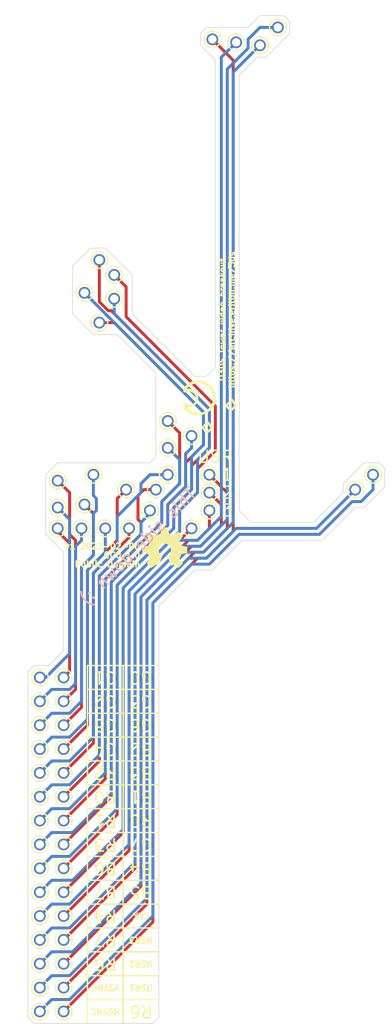
<source format=kicad_pcb>
(kicad_pcb (version 20171130) (host pcbnew "(5.1.9)-1")

  (general
    (thickness 1.6)
    (drawings 140)
    (tracks 241)
    (zones 0)
    (modules 62)
    (nets 31)
  )

  (page A4)
  (layers
    (0 F.Cu signal)
    (31 B.Cu signal)
    (32 B.Adhes user)
    (33 F.Adhes user)
    (34 B.Paste user)
    (35 F.Paste user)
    (36 B.SilkS user)
    (37 F.SilkS user)
    (38 B.Mask user)
    (39 F.Mask user)
    (40 Dwgs.User user)
    (41 Cmts.User user)
    (42 Eco1.User user)
    (43 Eco2.User user)
    (44 Edge.Cuts user)
    (45 Margin user)
    (46 B.CrtYd user)
    (47 F.CrtYd user)
    (48 B.Fab user)
    (49 F.Fab user hide)
  )

  (setup
    (last_trace_width 0.25)
    (trace_clearance 0.2)
    (zone_clearance 0.508)
    (zone_45_only no)
    (trace_min 0.2)
    (via_size 0.8)
    (via_drill 0.4)
    (via_min_size 0.4)
    (via_min_drill 0.3)
    (user_via 1.25 0.75)
    (uvia_size 0.3)
    (uvia_drill 0.1)
    (uvias_allowed no)
    (uvia_min_size 0.2)
    (uvia_min_drill 0.1)
    (edge_width 0.05)
    (segment_width 0.2)
    (pcb_text_width 0.3)
    (pcb_text_size 1.5 1.5)
    (mod_edge_width 0.12)
    (mod_text_size 1 1)
    (mod_text_width 0.15)
    (pad_size 1.524 1.524)
    (pad_drill 0.762)
    (pad_to_mask_clearance 0)
    (aux_axis_origin 0 0)
    (visible_elements FFFFFF7F)
    (pcbplotparams
      (layerselection 0x010fc_ffffffff)
      (usegerberextensions false)
      (usegerberattributes true)
      (usegerberadvancedattributes true)
      (creategerberjobfile true)
      (excludeedgelayer true)
      (linewidth 0.100000)
      (plotframeref false)
      (viasonmask false)
      (mode 1)
      (useauxorigin false)
      (hpglpennumber 1)
      (hpglpenspeed 20)
      (hpglpendiameter 15.000000)
      (psnegative false)
      (psa4output false)
      (plotreference true)
      (plotvalue true)
      (plotinvisibletext false)
      (padsonsilk false)
      (subtractmaskfromsilk false)
      (outputformat 1)
      (mirror false)
      (drillshape 0)
      (scaleselection 1)
      (outputdirectory "out"))
  )

  (net 0 "")
  (net 1 /R7)
  (net 2 /R6)
  (net 3 /R5)
  (net 4 /R4)
  (net 5 /R3)
  (net 6 /R2)
  (net 7 /R1)
  (net 8 /R0)
  (net 9 /G7)
  (net 10 /G6)
  (net 11 /G5)
  (net 12 /G4)
  (net 13 /G3)
  (net 14 /G2)
  (net 15 /G1)
  (net 16 /G0)
  (net 17 /B7)
  (net 18 /B6)
  (net 19 /B5)
  (net 20 /B4)
  (net 21 /B3)
  (net 22 /B2)
  (net 23 /B1)
  (net 24 /B0)
  (net 25 /CLK)
  (net 26 /HSYNC)
  (net 27 /VSYNC)
  (net 28 /USR1)
  (net 29 /USR2)
  (net 30 /USR3)

  (net_class Default "This is the default net class."
    (clearance 0.2)
    (trace_width 0.25)
    (via_dia 0.8)
    (via_drill 0.4)
    (uvia_dia 0.3)
    (uvia_drill 0.1)
    (add_net /B0)
    (add_net /B1)
    (add_net /B2)
    (add_net /B3)
    (add_net /B4)
    (add_net /B5)
    (add_net /B6)
    (add_net /B7)
    (add_net /CLK)
    (add_net /G0)
    (add_net /G1)
    (add_net /G2)
    (add_net /G3)
    (add_net /G4)
    (add_net /G5)
    (add_net /G6)
    (add_net /G7)
    (add_net /HSYNC)
    (add_net /R0)
    (add_net /R1)
    (add_net /R2)
    (add_net /R3)
    (add_net /R4)
    (add_net /R5)
    (add_net /R6)
    (add_net /R7)
    (add_net /USR1)
    (add_net /USR2)
    (add_net /USR3)
    (add_net /VSYNC)
  )

  (module _User:moon-5x5mm-silks (layer F.Cu) (tedit 0) (tstamp 61FFFC59)
    (at 147.75 88.75)
    (fp_text reference G*** (at 0 0) (layer F.SilkS) hide
      (effects (font (size 1.524 1.524) (thickness 0.3)))
    )
    (fp_text value LOGO (at 0.75 0) (layer F.SilkS) hide
      (effects (font (size 1.524 1.524) (thickness 0.3)))
    )
    (fp_poly (pts (xy -0.119589 1.255489) (xy -0.061706 1.312048) (xy 0.010744 1.392499) (xy 0.088218 1.485541)
      (xy 0.161169 1.57987) (xy 0.220053 1.664185) (xy 0.244852 1.705622) (xy 0.27675 1.785672)
      (xy 0.276384 1.858973) (xy 0.239418 1.934777) (xy 0.161521 2.022332) (xy 0.050259 2.12098)
      (xy -0.072565 2.219504) (xy -0.165235 2.277315) (xy -0.239249 2.293195) (xy -0.306107 2.265926)
      (xy -0.377309 2.19429) (xy -0.464352 2.077071) (xy -0.47238 2.065636) (xy -0.543415 1.962429)
      (xy -0.602079 1.873781) (xy -0.640228 1.812179) (xy -0.649711 1.793846) (xy -0.645364 1.781815)
      (xy -0.467231 1.781815) (xy -0.371421 1.916952) (xy -0.297903 2.016855) (xy -0.245684 2.072971)
      (xy -0.205025 2.089801) (xy -0.166189 2.071845) (xy -0.125543 2.030565) (xy -0.059073 1.965051)
      (xy 0.008785 1.90895) (xy 0.061694 1.857705) (xy 0.084955 1.810911) (xy 0.085007 1.808498)
      (xy 0.068642 1.77358) (xy 0.02728 1.715954) (xy -0.028977 1.647026) (xy -0.090025 1.578205)
      (xy -0.145761 1.520897) (xy -0.18608 1.48651) (xy -0.200904 1.485698) (xy -0.219688 1.518011)
      (xy -0.268814 1.577201) (xy -0.334068 1.646743) (xy -0.467231 1.781815) (xy -0.645364 1.781815)
      (xy -0.637102 1.758956) (xy -0.592695 1.693837) (xy -0.525489 1.608639) (xy -0.444486 1.513511)
      (xy -0.358684 1.418601) (xy -0.277084 1.33406) (xy -0.208686 1.270035) (xy -0.162491 1.236677)
      (xy -0.153358 1.234124) (xy -0.119589 1.255489)) (layer F.SilkS) (width 0.01))
    (fp_poly (pts (xy -0.811253 -2.14662) (xy -0.652717 -2.131656) (xy -0.559661 -2.113432) (xy -0.282076 -2.011124)
      (xy -0.038093 -1.863258) (xy 0.16909 -1.672771) (xy 0.336275 -1.442602) (xy 0.459894 -1.176724)
      (xy 0.504607 -1.002173) (xy 0.529109 -0.798165) (xy 0.533308 -0.583962) (xy 0.51711 -0.378831)
      (xy 0.480421 -0.202033) (xy 0.464868 -0.155982) (xy 0.353041 0.063377) (xy 0.194201 0.267793)
      (xy -0.001548 0.448019) (xy -0.2241 0.594809) (xy -0.463351 0.698916) (xy -0.472667 0.701916)
      (xy -0.697926 0.753961) (xy -0.936249 0.775025) (xy -1.167652 0.764692) (xy -1.372147 0.722544)
      (xy -1.377627 0.720793) (xy -1.647864 0.607106) (xy -1.877861 0.454288) (xy -2.065614 0.263731)
      (xy -2.098932 0.219817) (xy -2.149743 0.137698) (xy -2.174429 0.056624) (xy -2.181225 -0.051378)
      (xy -2.181243 -0.059774) (xy -2.173245 -0.171592) (xy -2.144546 -0.232419) (xy -2.088093 -0.246596)
      (xy -1.996832 -0.218466) (xy -1.954804 -0.199159) (xy -1.858165 -0.164717) (xy -1.734952 -0.136885)
      (xy -1.640603 -0.124507) (xy -1.534495 -0.118235) (xy -1.464002 -0.123581) (xy -1.407731 -0.145462)
      (xy -1.344287 -0.188796) (xy -1.336998 -0.194292) (xy -1.219455 -0.316356) (xy -1.148668 -0.463353)
      (xy -1.125604 -0.625602) (xy -1.151229 -0.793421) (xy -1.22651 -0.95713) (xy -1.256501 -1.000756)
      (xy -1.358527 -1.096111) (xy -1.495913 -1.168038) (xy -1.650524 -1.211436) (xy -1.804226 -1.221208)
      (xy -1.938375 -1.19247) (xy -2.020444 -1.163536) (xy -2.087901 -1.148586) (xy -2.097637 -1.148023)
      (xy -2.156907 -1.171564) (xy -2.189942 -1.234378) (xy -2.196877 -1.32475) (xy -2.177846 -1.430968)
      (xy -2.164527 -1.463729) (xy -1.905498 -1.463729) (xy -1.728483 -1.463729) (xy -1.518575 -1.437291)
      (xy -1.329776 -1.361173) (xy -1.169614 -1.240174) (xy -1.045619 -1.079091) (xy -1.007839 -1.00452)
      (xy -0.972097 -0.891624) (xy -0.945656 -0.744241) (xy -0.935605 -0.640885) (xy -0.920394 -0.406402)
      (xy -1.027033 -0.261577) (xy -1.171094 -0.11055) (xy -1.343159 -0.009019) (xy -1.540003 0.041201)
      (xy -1.570554 0.044127) (xy -1.718683 0.058424) (xy -1.824193 0.074932) (xy -1.880373 0.092541)
      (xy -1.885154 0.096151) (xy -1.874576 0.121966) (xy -1.826366 0.170137) (xy -1.751427 0.232375)
      (xy -1.66066 0.30039) (xy -1.564968 0.365891) (xy -1.475255 0.420589) (xy -1.423217 0.447388)
      (xy -1.222944 0.513934) (xy -0.999187 0.546484) (xy -0.771011 0.544611) (xy -0.557479 0.507892)
      (xy -0.444859 0.469189) (xy -0.227653 0.346095) (xy -0.039423 0.179011) (xy 0.114647 -0.023815)
      (xy 0.229372 -0.254134) (xy 0.299569 -0.503699) (xy 0.320324 -0.748302) (xy 0.305564 -0.931849)
      (xy 0.261037 -1.096221) (xy 0.180047 -1.261178) (xy 0.108978 -1.371836) (xy 0.012438 -1.50437)
      (xy -0.075227 -1.601295) (xy -0.171684 -1.677899) (xy -0.294602 -1.749469) (xy -0.372989 -1.788867)
      (xy -0.500875 -1.848299) (xy -0.601255 -1.885218) (xy -0.696409 -1.905676) (xy -0.80862 -1.915725)
      (xy -0.846667 -1.91752) (xy -1.116269 -1.903501) (xy -1.369247 -1.84035) (xy -1.59773 -1.730993)
      (xy -1.793847 -1.578358) (xy -1.814366 -1.557754) (xy -1.905498 -1.463729) (xy -2.164527 -1.463729)
      (xy -2.132981 -1.541316) (xy -2.092407 -1.606452) (xy -1.976327 -1.734431) (xy -1.820603 -1.860957)
      (xy -1.642211 -1.975128) (xy -1.458126 -2.066039) (xy -1.290313 -2.121656) (xy -1.153246 -2.141881)
      (xy -0.985828 -2.150116) (xy -0.811253 -2.14662)) (layer F.SilkS) (width 0.01))
    (fp_poly (pts (xy 1.889944 -0.646353) (xy 1.946516 -0.598945) (xy 2.018199 -0.507022) (xy 2.098665 -0.387458)
      (xy 2.182097 -0.2586) (xy 2.237833 -0.167776) (xy 2.269714 -0.105058) (xy 2.28158 -0.060518)
      (xy 2.27727 -0.024227) (xy 2.260625 0.013743) (xy 2.256748 0.021266) (xy 2.216519 0.07903)
      (xy 2.149376 0.156161) (xy 2.066418 0.241984) (xy 1.978742 0.325825) (xy 1.897445 0.397007)
      (xy 1.833625 0.444856) (xy 1.801483 0.459209) (xy 1.75767 0.441113) (xy 1.692414 0.395212)
      (xy 1.657976 0.365932) (xy 1.546815 0.256618) (xy 1.453288 0.147857) (xy 1.385457 0.05034)
      (xy 1.351387 -0.025241) (xy 1.348926 -0.043837) (xy 1.355485 -0.061919) (xy 1.519132 -0.061919)
      (xy 1.634933 0.059814) (xy 1.697301 0.129185) (xy 1.739342 0.183238) (xy 1.750734 0.205575)
      (xy 1.768406 0.231218) (xy 1.815303 0.219166) (xy 1.882244 0.174383) (xy 1.960048 0.101836)
      (xy 1.977419 0.082969) (xy 2.044137 0.005902) (xy 2.0766 -0.042729) (xy 2.080372 -0.075833)
      (xy 2.061021 -0.106316) (xy 2.05969 -0.10784) (xy 2.020011 -0.16391) (xy 1.972159 -0.24584)
      (xy 1.954399 -0.279831) (xy 1.913622 -0.351461) (xy 1.879472 -0.395331) (xy 1.868254 -0.401808)
      (xy 1.837031 -0.380124) (xy 1.794862 -0.327467) (xy 1.791822 -0.322882) (xy 1.745774 -0.25704)
      (xy 1.699271 -0.206121) (xy 1.632717 -0.149869) (xy 1.599057 -0.123624) (xy 1.519132 -0.061919)
      (xy 1.355485 -0.061919) (xy 1.371505 -0.106078) (xy 1.436413 -0.195739) (xy 1.510912 -0.277902)
      (xy 1.59933 -0.373407) (xy 1.681262 -0.469378) (xy 1.740274 -0.546485) (xy 1.744331 -0.552486)
      (xy 1.795508 -0.620023) (xy 1.841827 -0.652345) (xy 1.889944 -0.646353)) (layer F.SilkS) (width 0.01))
  )

  (module _User:TestPoint_THTPad_D1.0mm_Drill0.7mm (layer F.Cu) (tedit 61FF8663) (tstamp 61FFCE2E)
    (at 135.5 133.5)
    (descr "THT pad as test Point, diameter 1.0mm, hole diameter 0.5mm")
    (tags "test point THT pad")
    (path /62027E05)
    (attr virtual)
    (fp_text reference H60 (at 0 -1.448) (layer F.SilkS) hide
      (effects (font (size 1 1) (thickness 0.15)))
    )
    (fp_text value MountingHole_Pad (at 0 1.55) (layer F.Fab)
      (effects (font (size 1 1) (thickness 0.15)))
    )
    (fp_text user %R (at 0 -1.45) (layer F.Fab)
      (effects (font (size 1 1) (thickness 0.15)))
    )
    (fp_circle (center 0 0) (end 1 0) (layer F.CrtYd) (width 0.05))
    (fp_circle (center 0 0) (end 0 0.7) (layer F.SilkS) (width 0.12))
    (pad 1 thru_hole circle (at 0 0) (size 1 1) (drill 0.7) (layers *.Cu *.Mask)
      (net 30 /USR3))
  )

  (module _User:TestPoint_THTPad_D1.0mm_Drill0.7mm (layer F.Cu) (tedit 61FF8663) (tstamp 61FFCE26)
    (at 147.75 97.5)
    (descr "THT pad as test Point, diameter 1.0mm, hole diameter 0.5mm")
    (tags "test point THT pad")
    (path /62027DFE)
    (attr virtual)
    (fp_text reference H59 (at 0 -1.448) (layer F.SilkS) hide
      (effects (font (size 1 1) (thickness 0.15)))
    )
    (fp_text value MountingHole_Pad (at 0 1.55) (layer F.Fab)
      (effects (font (size 1 1) (thickness 0.15)))
    )
    (fp_text user %R (at 0 -1.45) (layer F.Fab)
      (effects (font (size 1 1) (thickness 0.15)))
    )
    (fp_circle (center 0 0) (end 1 0) (layer F.CrtYd) (width 0.05))
    (fp_circle (center 0 0) (end 0 0.7) (layer F.SilkS) (width 0.12))
    (pad 1 thru_hole circle (at 0 0) (size 1 1) (drill 0.7) (layers *.Cu *.Mask)
      (net 30 /USR3))
  )

  (module _User:TestPoint_THTPad_D1.0mm_Drill0.7mm (layer F.Cu) (tedit 61FF8663) (tstamp 61FFCE1E)
    (at 135.5 135.5)
    (descr "THT pad as test Point, diameter 1.0mm, hole diameter 0.5mm")
    (tags "test point THT pad")
    (path /620273FE)
    (attr virtual)
    (fp_text reference H58 (at 0 -1.448) (layer F.SilkS) hide
      (effects (font (size 1 1) (thickness 0.15)))
    )
    (fp_text value MountingHole_Pad (at 0 1.55) (layer F.Fab)
      (effects (font (size 1 1) (thickness 0.15)))
    )
    (fp_text user %R (at 0 -1.45) (layer F.Fab)
      (effects (font (size 1 1) (thickness 0.15)))
    )
    (fp_circle (center 0 0) (end 1 0) (layer F.CrtYd) (width 0.05))
    (fp_circle (center 0 0) (end 0 0.7) (layer F.SilkS) (width 0.12))
    (pad 1 thru_hole circle (at 0 0) (size 1 1) (drill 0.7) (layers *.Cu *.Mask)
      (net 29 /USR2))
  )

  (module _User:TestPoint_THTPad_D1.0mm_Drill0.7mm (layer F.Cu) (tedit 61FF8663) (tstamp 61FFCE16)
    (at 147.75 96)
    (descr "THT pad as test Point, diameter 1.0mm, hole diameter 0.5mm")
    (tags "test point THT pad")
    (path /620273F7)
    (attr virtual)
    (fp_text reference H57 (at 0 -1.448) (layer F.SilkS) hide
      (effects (font (size 1 1) (thickness 0.15)))
    )
    (fp_text value MountingHole_Pad (at 0 1.55) (layer F.Fab)
      (effects (font (size 1 1) (thickness 0.15)))
    )
    (fp_text user %R (at 0 -1.45) (layer F.Fab)
      (effects (font (size 1 1) (thickness 0.15)))
    )
    (fp_circle (center 0 0) (end 1 0) (layer F.CrtYd) (width 0.05))
    (fp_circle (center 0 0) (end 0 0.7) (layer F.SilkS) (width 0.12))
    (pad 1 thru_hole circle (at 0 0) (size 1 1) (drill 0.7) (layers *.Cu *.Mask)
      (net 29 /USR2))
  )

  (module _User:TestPoint_THTPad_D1.0mm_Drill0.7mm (layer F.Cu) (tedit 61FF8663) (tstamp 61FFCE0E)
    (at 147.75 94.5)
    (descr "THT pad as test Point, diameter 1.0mm, hole diameter 0.5mm")
    (tags "test point THT pad")
    (path /62026833)
    (attr virtual)
    (fp_text reference H56 (at 0 -1.448) (layer F.SilkS) hide
      (effects (font (size 1 1) (thickness 0.15)))
    )
    (fp_text value MountingHole_Pad (at 0 1.55) (layer F.Fab)
      (effects (font (size 1 1) (thickness 0.15)))
    )
    (fp_text user %R (at 0 -1.45) (layer F.Fab)
      (effects (font (size 1 1) (thickness 0.15)))
    )
    (fp_circle (center 0 0) (end 1 0) (layer F.CrtYd) (width 0.05))
    (fp_circle (center 0 0) (end 0 0.7) (layer F.SilkS) (width 0.12))
    (pad 1 thru_hole circle (at 0 0) (size 1 1) (drill 0.7) (layers *.Cu *.Mask)
      (net 28 /USR1))
  )

  (module _User:TestPoint_THTPad_D1.0mm_Drill0.7mm (layer F.Cu) (tedit 61FF8663) (tstamp 61FFCE06)
    (at 135.5 137.5)
    (descr "THT pad as test Point, diameter 1.0mm, hole diameter 0.5mm")
    (tags "test point THT pad")
    (path /6202682C)
    (attr virtual)
    (fp_text reference H55 (at 0 -1.448) (layer F.SilkS) hide
      (effects (font (size 1 1) (thickness 0.15)))
    )
    (fp_text value MountingHole_Pad (at 0 1.55) (layer F.Fab)
      (effects (font (size 1 1) (thickness 0.15)))
    )
    (fp_text user %R (at 0 -1.45) (layer F.Fab)
      (effects (font (size 1 1) (thickness 0.15)))
    )
    (fp_circle (center 0 0) (end 1 0) (layer F.CrtYd) (width 0.05))
    (fp_circle (center 0 0) (end 0 0.7) (layer F.SilkS) (width 0.12))
    (pad 1 thru_hole circle (at 0 0) (size 1 1) (drill 0.7) (layers *.Cu *.Mask)
      (net 28 /USR1))
  )

  (module _User:TestPoint_THTPad_D1.0mm_Drill0.7mm (layer F.Cu) (tedit 61FF8663) (tstamp 61FFCDFE)
    (at 133.5 137.5)
    (descr "THT pad as test Point, diameter 1.0mm, hole diameter 0.5mm")
    (tags "test point THT pad")
    (path /6202532D)
    (attr virtual)
    (fp_text reference H54 (at 0 -1.448) (layer F.SilkS) hide
      (effects (font (size 1 1) (thickness 0.15)))
    )
    (fp_text value MountingHole_Pad (at 0 1.55) (layer F.Fab)
      (effects (font (size 1 1) (thickness 0.15)))
    )
    (fp_text user %R (at 0 -1.45) (layer F.Fab)
      (effects (font (size 1 1) (thickness 0.15)))
    )
    (fp_circle (center 0 0) (end 1 0) (layer F.CrtYd) (width 0.05))
    (fp_circle (center 0 0) (end 0 0.7) (layer F.SilkS) (width 0.12))
    (pad 1 thru_hole circle (at 0 0) (size 1 1) (drill 0.7) (layers *.Cu *.Mask)
      (net 27 /VSYNC))
  )

  (module _User:TestPoint_THTPad_D1.0mm_Drill0.7mm (layer F.Cu) (tedit 61FF8663) (tstamp 61FFCDF6)
    (at 160 95.75)
    (descr "THT pad as test Point, diameter 1.0mm, hole diameter 0.5mm")
    (tags "test point THT pad")
    (path /62025326)
    (attr virtual)
    (fp_text reference H53 (at 0 -1.448) (layer F.SilkS) hide
      (effects (font (size 1 1) (thickness 0.15)))
    )
    (fp_text value MountingHole_Pad (at 0 1.55) (layer F.Fab)
      (effects (font (size 1 1) (thickness 0.15)))
    )
    (fp_text user %R (at 0 -1.45) (layer F.Fab)
      (effects (font (size 1 1) (thickness 0.15)))
    )
    (fp_circle (center 0 0) (end 1 0) (layer F.CrtYd) (width 0.05))
    (fp_circle (center 0 0) (end 0 0.7) (layer F.SilkS) (width 0.12))
    (pad 1 thru_hole circle (at 0 0) (size 1 1) (drill 0.7) (layers *.Cu *.Mask)
      (net 27 /VSYNC))
  )

  (module _User:TestPoint_THTPad_D1.0mm_Drill0.7mm (layer F.Cu) (tedit 61FF8663) (tstamp 61FFCDEE)
    (at 161.5 94.5)
    (descr "THT pad as test Point, diameter 1.0mm, hole diameter 0.5mm")
    (tags "test point THT pad")
    (path /620243AD)
    (attr virtual)
    (fp_text reference H52 (at 0 -1.448) (layer F.SilkS) hide
      (effects (font (size 1 1) (thickness 0.15)))
    )
    (fp_text value MountingHole_Pad (at 0 1.55) (layer F.Fab)
      (effects (font (size 1 1) (thickness 0.15)))
    )
    (fp_text user %R (at 0 -1.45) (layer F.Fab)
      (effects (font (size 1 1) (thickness 0.15)))
    )
    (fp_circle (center 0 0) (end 1 0) (layer F.CrtYd) (width 0.05))
    (fp_circle (center 0 0) (end 0 0.7) (layer F.SilkS) (width 0.12))
    (pad 1 thru_hole circle (at 0 0) (size 1 1) (drill 0.7) (layers *.Cu *.Mask)
      (net 26 /HSYNC))
  )

  (module _User:TestPoint_THTPad_D1.0mm_Drill0.7mm (layer F.Cu) (tedit 61FF8663) (tstamp 61FFCDE6)
    (at 133.5 139.5)
    (descr "THT pad as test Point, diameter 1.0mm, hole diameter 0.5mm")
    (tags "test point THT pad")
    (path /620243A6)
    (attr virtual)
    (fp_text reference H51 (at 0 -1.448) (layer F.SilkS) hide
      (effects (font (size 1 1) (thickness 0.15)))
    )
    (fp_text value MountingHole_Pad (at 0 1.55) (layer F.Fab)
      (effects (font (size 1 1) (thickness 0.15)))
    )
    (fp_text user %R (at 0 -1.45) (layer F.Fab)
      (effects (font (size 1 1) (thickness 0.15)))
    )
    (fp_circle (center 0 0) (end 1 0) (layer F.CrtYd) (width 0.05))
    (fp_circle (center 0 0) (end 0 0.7) (layer F.SilkS) (width 0.12))
    (pad 1 thru_hole circle (at 0 0) (size 1 1) (drill 0.7) (layers *.Cu *.Mask)
      (net 26 /HSYNC))
  )

  (module _User:TestPoint_THTPad_D1.0mm_Drill0.7mm (layer F.Cu) (tedit 61FF8663) (tstamp 61FFCDDE)
    (at 135.5 131.5)
    (descr "THT pad as test Point, diameter 1.0mm, hole diameter 0.5mm")
    (tags "test point THT pad")
    (path /62023404)
    (attr virtual)
    (fp_text reference H50 (at 0 -1.448) (layer F.SilkS) hide
      (effects (font (size 1 1) (thickness 0.15)))
    )
    (fp_text value MountingHole_Pad (at 0 1.55) (layer F.Fab)
      (effects (font (size 1 1) (thickness 0.15)))
    )
    (fp_text user %R (at 0 -1.45) (layer F.Fab)
      (effects (font (size 1 1) (thickness 0.15)))
    )
    (fp_circle (center 0 0) (end 1 0) (layer F.CrtYd) (width 0.05))
    (fp_circle (center 0 0) (end 0 0.7) (layer F.SilkS) (width 0.12))
    (pad 1 thru_hole circle (at 0 0) (size 1 1) (drill 0.7) (layers *.Cu *.Mask)
      (net 25 /CLK))
  )

  (module _User:TestPoint_THTPad_D1.0mm_Drill0.7mm (layer F.Cu) (tedit 61FF8663) (tstamp 61FFCDD6)
    (at 146.25 99)
    (descr "THT pad as test Point, diameter 1.0mm, hole diameter 0.5mm")
    (tags "test point THT pad")
    (path /620233FD)
    (attr virtual)
    (fp_text reference H49 (at 0 -1.448) (layer F.SilkS) hide
      (effects (font (size 1 1) (thickness 0.15)))
    )
    (fp_text value MountingHole_Pad (at 0 1.55) (layer F.Fab)
      (effects (font (size 1 1) (thickness 0.15)))
    )
    (fp_text user %R (at 0 -1.45) (layer F.Fab)
      (effects (font (size 1 1) (thickness 0.15)))
    )
    (fp_circle (center 0 0) (end 1 0) (layer F.CrtYd) (width 0.05))
    (fp_circle (center 0 0) (end 0 0.7) (layer F.SilkS) (width 0.12))
    (pad 1 thru_hole circle (at 0 0) (size 1 1) (drill 0.7) (layers *.Cu *.Mask)
      (net 25 /CLK))
  )

  (module _User:TestPoint_THTPad_D1.0mm_Drill0.7mm (layer F.Cu) (tedit 61FF8663) (tstamp 61FFCDCE)
    (at 133.5 121.5)
    (descr "THT pad as test Point, diameter 1.0mm, hole diameter 0.5mm")
    (tags "test point THT pad")
    (path /62021886)
    (attr virtual)
    (fp_text reference H48 (at 0 -1.448) (layer F.SilkS) hide
      (effects (font (size 1 1) (thickness 0.15)))
    )
    (fp_text value MountingHole_Pad (at 0 1.55) (layer F.Fab)
      (effects (font (size 1 1) (thickness 0.15)))
    )
    (fp_text user %R (at 0 -1.45) (layer F.Fab)
      (effects (font (size 1 1) (thickness 0.15)))
    )
    (fp_circle (center 0 0) (end 1 0) (layer F.CrtYd) (width 0.05))
    (fp_circle (center 0 0) (end 0 0.7) (layer F.SilkS) (width 0.12))
    (pad 1 thru_hole circle (at 0 0) (size 1 1) (drill 0.7) (layers *.Cu *.Mask)
      (net 24 /B0))
  )

  (module _User:TestPoint_THTPad_D1.0mm_Drill0.7mm (layer F.Cu) (tedit 61FF8663) (tstamp 61FFCDC6)
    (at 142.75 97.5)
    (descr "THT pad as test Point, diameter 1.0mm, hole diameter 0.5mm")
    (tags "test point THT pad")
    (path /6202187F)
    (attr virtual)
    (fp_text reference H47 (at 0 -1.448) (layer F.SilkS) hide
      (effects (font (size 1 1) (thickness 0.15)))
    )
    (fp_text value MountingHole_Pad (at 0 1.55) (layer F.Fab)
      (effects (font (size 1 1) (thickness 0.15)))
    )
    (fp_text user %R (at 0 -1.45) (layer F.Fab)
      (effects (font (size 1 1) (thickness 0.15)))
    )
    (fp_circle (center 0 0) (end 1 0) (layer F.CrtYd) (width 0.05))
    (fp_circle (center 0 0) (end 0 0.7) (layer F.SilkS) (width 0.12))
    (pad 1 thru_hole circle (at 0 0) (size 1 1) (drill 0.7) (layers *.Cu *.Mask)
      (net 24 /B0))
  )

  (module _User:TestPoint_THTPad_D1.0mm_Drill0.7mm (layer F.Cu) (tedit 61FF8663) (tstamp 61FFCDBE)
    (at 143.25 95.75)
    (descr "THT pad as test Point, diameter 1.0mm, hole diameter 0.5mm")
    (tags "test point THT pad")
    (path /62021878)
    (attr virtual)
    (fp_text reference H46 (at 0 -1.448) (layer F.SilkS) hide
      (effects (font (size 1 1) (thickness 0.15)))
    )
    (fp_text value MountingHole_Pad (at 0 1.55) (layer F.Fab)
      (effects (font (size 1 1) (thickness 0.15)))
    )
    (fp_text user %R (at 0 -1.45) (layer F.Fab)
      (effects (font (size 1 1) (thickness 0.15)))
    )
    (fp_circle (center 0 0) (end 1 0) (layer F.CrtYd) (width 0.05))
    (fp_circle (center 0 0) (end 0 0.7) (layer F.SilkS) (width 0.12))
    (pad 1 thru_hole circle (at 0 0) (size 1 1) (drill 0.7) (layers *.Cu *.Mask)
      (net 23 /B1))
  )

  (module _User:TestPoint_THTPad_D1.0mm_Drill0.7mm (layer F.Cu) (tedit 61FF8663) (tstamp 61FFCDB6)
    (at 135.5 121.5)
    (descr "THT pad as test Point, diameter 1.0mm, hole diameter 0.5mm")
    (tags "test point THT pad")
    (path /62021871)
    (attr virtual)
    (fp_text reference H45 (at 0 -1.448) (layer F.SilkS) hide
      (effects (font (size 1 1) (thickness 0.15)))
    )
    (fp_text value MountingHole_Pad (at 0 1.55) (layer F.Fab)
      (effects (font (size 1 1) (thickness 0.15)))
    )
    (fp_text user %R (at 0 -1.45) (layer F.Fab)
      (effects (font (size 1 1) (thickness 0.15)))
    )
    (fp_circle (center 0 0) (end 1 0) (layer F.CrtYd) (width 0.05))
    (fp_circle (center 0 0) (end 0 0.7) (layer F.SilkS) (width 0.12))
    (pad 1 thru_hole circle (at 0 0) (size 1 1) (drill 0.7) (layers *.Cu *.Mask)
      (net 23 /B1))
  )

  (module _User:TestPoint_THTPad_D1.0mm_Drill0.7mm (layer F.Cu) (tedit 61FF8663) (tstamp 61FFCDAE)
    (at 140.75 95.75)
    (descr "THT pad as test Point, diameter 1.0mm, hole diameter 0.5mm")
    (tags "test point THT pad")
    (path /6202186A)
    (attr virtual)
    (fp_text reference H44 (at 0 -1.448) (layer F.SilkS) hide
      (effects (font (size 1 1) (thickness 0.15)))
    )
    (fp_text value MountingHole_Pad (at 0 1.55) (layer F.Fab)
      (effects (font (size 1 1) (thickness 0.15)))
    )
    (fp_text user %R (at 0 -1.45) (layer F.Fab)
      (effects (font (size 1 1) (thickness 0.15)))
    )
    (fp_circle (center 0 0) (end 1 0) (layer F.CrtYd) (width 0.05))
    (fp_circle (center 0 0) (end 0 0.7) (layer F.SilkS) (width 0.12))
    (pad 1 thru_hole circle (at 0 0) (size 1 1) (drill 0.7) (layers *.Cu *.Mask)
      (net 22 /B2))
  )

  (module _User:TestPoint_THTPad_D1.0mm_Drill0.7mm (layer F.Cu) (tedit 61FF8663) (tstamp 61FFCDA6)
    (at 135.5 117.5)
    (descr "THT pad as test Point, diameter 1.0mm, hole diameter 0.5mm")
    (tags "test point THT pad")
    (path /62021863)
    (attr virtual)
    (fp_text reference H43 (at 0 -1.448) (layer F.SilkS) hide
      (effects (font (size 1 1) (thickness 0.15)))
    )
    (fp_text value MountingHole_Pad (at 0 1.55) (layer F.Fab)
      (effects (font (size 1 1) (thickness 0.15)))
    )
    (fp_text user %R (at 0 -1.45) (layer F.Fab)
      (effects (font (size 1 1) (thickness 0.15)))
    )
    (fp_circle (center 0 0) (end 1 0) (layer F.CrtYd) (width 0.05))
    (fp_circle (center 0 0) (end 0 0.7) (layer F.SilkS) (width 0.12))
    (pad 1 thru_hole circle (at 0 0) (size 1 1) (drill 0.7) (layers *.Cu *.Mask)
      (net 22 /B2))
  )

  (module _User:TestPoint_THTPad_D1.0mm_Drill0.7mm (layer F.Cu) (tedit 61FF8663) (tstamp 61FFCD9E)
    (at 135.5 119.5)
    (descr "THT pad as test Point, diameter 1.0mm, hole diameter 0.5mm")
    (tags "test point THT pad")
    (path /6202185C)
    (attr virtual)
    (fp_text reference H42 (at 0 -1.448) (layer F.SilkS) hide
      (effects (font (size 1 1) (thickness 0.15)))
    )
    (fp_text value MountingHole_Pad (at 0 1.55) (layer F.Fab)
      (effects (font (size 1 1) (thickness 0.15)))
    )
    (fp_text user %R (at 0 -1.45) (layer F.Fab)
      (effects (font (size 1 1) (thickness 0.15)))
    )
    (fp_circle (center 0 0) (end 1 0) (layer F.CrtYd) (width 0.05))
    (fp_circle (center 0 0) (end 0 0.7) (layer F.SilkS) (width 0.12))
    (pad 1 thru_hole circle (at 0 0) (size 1 1) (drill 0.7) (layers *.Cu *.Mask)
      (net 21 /B3))
  )

  (module _User:TestPoint_THTPad_D1.0mm_Drill0.7mm (layer F.Cu) (tedit 61FF8663) (tstamp 61FFCD96)
    (at 141 99)
    (descr "THT pad as test Point, diameter 1.0mm, hole diameter 0.5mm")
    (tags "test point THT pad")
    (path /62021855)
    (attr virtual)
    (fp_text reference H41 (at 0 -1.448) (layer F.SilkS) hide
      (effects (font (size 1 1) (thickness 0.15)))
    )
    (fp_text value MountingHole_Pad (at 0 1.55) (layer F.Fab)
      (effects (font (size 1 1) (thickness 0.15)))
    )
    (fp_text user %R (at 0 -1.45) (layer F.Fab)
      (effects (font (size 1 1) (thickness 0.15)))
    )
    (fp_circle (center 0 0) (end 1 0) (layer F.CrtYd) (width 0.05))
    (fp_circle (center 0 0) (end 0 0.7) (layer F.SilkS) (width 0.12))
    (pad 1 thru_hole circle (at 0 0) (size 1 1) (drill 0.7) (layers *.Cu *.Mask)
      (net 21 /B3))
  )

  (module _User:TestPoint_THTPad_D1.0mm_Drill0.7mm (layer F.Cu) (tedit 61FF8663) (tstamp 61FFCD8E)
    (at 138.5 76.5)
    (descr "THT pad as test Point, diameter 1.0mm, hole diameter 0.5mm")
    (tags "test point THT pad")
    (path /6202184E)
    (attr virtual)
    (fp_text reference H40 (at 0 -1.448) (layer F.SilkS) hide
      (effects (font (size 1 1) (thickness 0.15)))
    )
    (fp_text value MountingHole_Pad (at 0 1.55) (layer F.Fab)
      (effects (font (size 1 1) (thickness 0.15)))
    )
    (fp_text user %R (at 0 -1.45) (layer F.Fab)
      (effects (font (size 1 1) (thickness 0.15)))
    )
    (fp_circle (center 0 0) (end 1 0) (layer F.CrtYd) (width 0.05))
    (fp_circle (center 0 0) (end 0 0.7) (layer F.SilkS) (width 0.12))
    (pad 1 thru_hole circle (at 0 0) (size 1 1) (drill 0.7) (layers *.Cu *.Mask)
      (net 20 /B4))
  )

  (module _User:TestPoint_THTPad_D1.0mm_Drill0.7mm (layer F.Cu) (tedit 61FF8663) (tstamp 61FFCD86)
    (at 135.5 127.5)
    (descr "THT pad as test Point, diameter 1.0mm, hole diameter 0.5mm")
    (tags "test point THT pad")
    (path /62021847)
    (attr virtual)
    (fp_text reference H39 (at 0 -1.448) (layer F.SilkS) hide
      (effects (font (size 1 1) (thickness 0.15)))
    )
    (fp_text value MountingHole_Pad (at 0 1.55) (layer F.Fab)
      (effects (font (size 1 1) (thickness 0.15)))
    )
    (fp_text user %R (at 0 -1.45) (layer F.Fab)
      (effects (font (size 1 1) (thickness 0.15)))
    )
    (fp_circle (center 0 0) (end 1 0) (layer F.CrtYd) (width 0.05))
    (fp_circle (center 0 0) (end 0 0.7) (layer F.SilkS) (width 0.12))
    (pad 1 thru_hole circle (at 0 0) (size 1 1) (drill 0.7) (layers *.Cu *.Mask)
      (net 20 /B4))
  )

  (module _User:TestPoint_THTPad_D1.0mm_Drill0.7mm (layer F.Cu) (tedit 61FF8663) (tstamp 61FFCD7E)
    (at 135.5 129.5)
    (descr "THT pad as test Point, diameter 1.0mm, hole diameter 0.5mm")
    (tags "test point THT pad")
    (path /62021840)
    (attr virtual)
    (fp_text reference H38 (at 0 -1.448) (layer F.SilkS) hide
      (effects (font (size 1 1) (thickness 0.15)))
    )
    (fp_text value MountingHole_Pad (at 0 1.55) (layer F.Fab)
      (effects (font (size 1 1) (thickness 0.15)))
    )
    (fp_text user %R (at 0 -1.45) (layer F.Fab)
      (effects (font (size 1 1) (thickness 0.15)))
    )
    (fp_circle (center 0 0) (end 1 0) (layer F.CrtYd) (width 0.05))
    (fp_circle (center 0 0) (end 0 0.7) (layer F.SilkS) (width 0.12))
    (pad 1 thru_hole circle (at 0 0) (size 1 1) (drill 0.7) (layers *.Cu *.Mask)
      (net 19 /B5))
  )

  (module _User:TestPoint_THTPad_D1.0mm_Drill0.7mm (layer F.Cu) (tedit 61FF8663) (tstamp 61FFCD76)
    (at 139.75 77.75)
    (descr "THT pad as test Point, diameter 1.0mm, hole diameter 0.5mm")
    (tags "test point THT pad")
    (path /62021839)
    (attr virtual)
    (fp_text reference H37 (at 0 -1.448) (layer F.SilkS) hide
      (effects (font (size 1 1) (thickness 0.15)))
    )
    (fp_text value MountingHole_Pad (at 0 1.55) (layer F.Fab)
      (effects (font (size 1 1) (thickness 0.15)))
    )
    (fp_text user %R (at 0 -1.45) (layer F.Fab)
      (effects (font (size 1 1) (thickness 0.15)))
    )
    (fp_circle (center 0 0) (end 1 0) (layer F.CrtYd) (width 0.05))
    (fp_circle (center 0 0) (end 0 0.7) (layer F.SilkS) (width 0.12))
    (pad 1 thru_hole circle (at 0 0) (size 1 1) (drill 0.7) (layers *.Cu *.Mask)
      (net 19 /B5))
  )

  (module _User:TestPoint_THTPad_D1.0mm_Drill0.7mm (layer F.Cu) (tedit 61FF8663) (tstamp 61FFCD6E)
    (at 133.5 127.5)
    (descr "THT pad as test Point, diameter 1.0mm, hole diameter 0.5mm")
    (tags "test point THT pad")
    (path /62021832)
    (attr virtual)
    (fp_text reference H36 (at 0 -1.448) (layer F.SilkS) hide
      (effects (font (size 1 1) (thickness 0.15)))
    )
    (fp_text value MountingHole_Pad (at 0 1.55) (layer F.Fab)
      (effects (font (size 1 1) (thickness 0.15)))
    )
    (fp_text user %R (at 0 -1.45) (layer F.Fab)
      (effects (font (size 1 1) (thickness 0.15)))
    )
    (fp_circle (center 0 0) (end 1 0) (layer F.CrtYd) (width 0.05))
    (fp_circle (center 0 0) (end 0 0.7) (layer F.SilkS) (width 0.12))
    (pad 1 thru_hole circle (at 0 0) (size 1 1) (drill 0.7) (layers *.Cu *.Mask)
      (net 18 /B6))
  )

  (module _User:TestPoint_THTPad_D1.0mm_Drill0.7mm (layer F.Cu) (tedit 61FF8663) (tstamp 61FFCD66)
    (at 137.25 79.25)
    (descr "THT pad as test Point, diameter 1.0mm, hole diameter 0.5mm")
    (tags "test point THT pad")
    (path /6202182B)
    (attr virtual)
    (fp_text reference H35 (at 0 -1.448) (layer F.SilkS) hide
      (effects (font (size 1 1) (thickness 0.15)))
    )
    (fp_text value MountingHole_Pad (at 0 1.55) (layer F.Fab)
      (effects (font (size 1 1) (thickness 0.15)))
    )
    (fp_text user %R (at 0 -1.45) (layer F.Fab)
      (effects (font (size 1 1) (thickness 0.15)))
    )
    (fp_circle (center 0 0) (end 1 0) (layer F.CrtYd) (width 0.05))
    (fp_circle (center 0 0) (end 0 0.7) (layer F.SilkS) (width 0.12))
    (pad 1 thru_hole circle (at 0 0) (size 1 1) (drill 0.7) (layers *.Cu *.Mask)
      (net 18 /B6))
  )

  (module _User:TestPoint_THTPad_D1.0mm_Drill0.7mm (layer F.Cu) (tedit 61FF8663) (tstamp 61FFCD5E)
    (at 139.75 79.75)
    (descr "THT pad as test Point, diameter 1.0mm, hole diameter 0.5mm")
    (tags "test point THT pad")
    (path /62021824)
    (attr virtual)
    (fp_text reference H34 (at 0 -1.448) (layer F.SilkS) hide
      (effects (font (size 1 1) (thickness 0.15)))
    )
    (fp_text value MountingHole_Pad (at 0 1.55) (layer F.Fab)
      (effects (font (size 1 1) (thickness 0.15)))
    )
    (fp_text user %R (at 0 -1.45) (layer F.Fab)
      (effects (font (size 1 1) (thickness 0.15)))
    )
    (fp_circle (center 0 0) (end 1 0) (layer F.CrtYd) (width 0.05))
    (fp_circle (center 0 0) (end 0 0.7) (layer F.SilkS) (width 0.12))
    (pad 1 thru_hole circle (at 0 0) (size 1 1) (drill 0.7) (layers *.Cu *.Mask)
      (net 17 /B7))
  )

  (module _User:TestPoint_THTPad_D1.0mm_Drill0.7mm (layer F.Cu) (tedit 61FF8663) (tstamp 61FFCD56)
    (at 133.5 129.5)
    (descr "THT pad as test Point, diameter 1.0mm, hole diameter 0.5mm")
    (tags "test point THT pad")
    (path /6202181D)
    (attr virtual)
    (fp_text reference H33 (at 0 -1.448) (layer F.SilkS) hide
      (effects (font (size 1 1) (thickness 0.15)))
    )
    (fp_text value MountingHole_Pad (at 0 1.55) (layer F.Fab)
      (effects (font (size 1 1) (thickness 0.15)))
    )
    (fp_text user %R (at 0 -1.45) (layer F.Fab)
      (effects (font (size 1 1) (thickness 0.15)))
    )
    (fp_circle (center 0 0) (end 1 0) (layer F.CrtYd) (width 0.05))
    (fp_circle (center 0 0) (end 0 0.7) (layer F.SilkS) (width 0.12))
    (pad 1 thru_hole circle (at 0 0) (size 1 1) (drill 0.7) (layers *.Cu *.Mask)
      (net 17 /B7))
  )

  (module _User:TestPoint_THTPad_D1.0mm_Drill0.7mm (layer F.Cu) (tedit 61FF8663) (tstamp 61FFCD4E)
    (at 135.5 111.5)
    (descr "THT pad as test Point, diameter 1.0mm, hole diameter 0.5mm")
    (tags "test point THT pad")
    (path /620173BE)
    (attr virtual)
    (fp_text reference H32 (at 0 -1.448) (layer F.SilkS) hide
      (effects (font (size 1 1) (thickness 0.15)))
    )
    (fp_text value MountingHole_Pad (at 0 1.55) (layer F.Fab)
      (effects (font (size 1 1) (thickness 0.15)))
    )
    (fp_text user %R (at 0 -1.45) (layer F.Fab)
      (effects (font (size 1 1) (thickness 0.15)))
    )
    (fp_circle (center 0 0) (end 1 0) (layer F.CrtYd) (width 0.05))
    (fp_circle (center 0 0) (end 0 0.7) (layer F.SilkS) (width 0.12))
    (pad 1 thru_hole circle (at 0 0) (size 1 1) (drill 0.7) (layers *.Cu *.Mask)
      (net 16 /G0))
  )

  (module _User:TestPoint_THTPad_D1.0mm_Drill0.7mm (layer F.Cu) (tedit 61FF8663) (tstamp 61FFCD46)
    (at 135 99)
    (descr "THT pad as test Point, diameter 1.0mm, hole diameter 0.5mm")
    (tags "test point THT pad")
    (path /620173B7)
    (attr virtual)
    (fp_text reference H31 (at 0 -1.448) (layer F.SilkS) hide
      (effects (font (size 1 1) (thickness 0.15)))
    )
    (fp_text value MountingHole_Pad (at 0 1.55) (layer F.Fab)
      (effects (font (size 1 1) (thickness 0.15)))
    )
    (fp_text user %R (at 0 -1.45) (layer F.Fab)
      (effects (font (size 1 1) (thickness 0.15)))
    )
    (fp_circle (center 0 0) (end 1 0) (layer F.CrtYd) (width 0.05))
    (fp_circle (center 0 0) (end 0 0.7) (layer F.SilkS) (width 0.12))
    (pad 1 thru_hole circle (at 0 0) (size 1 1) (drill 0.7) (layers *.Cu *.Mask)
      (net 16 /G0))
  )

  (module _User:TestPoint_THTPad_D1.0mm_Drill0.7mm (layer F.Cu) (tedit 61FF8663) (tstamp 61FFCD3E)
    (at 133.5 111.5)
    (descr "THT pad as test Point, diameter 1.0mm, hole diameter 0.5mm")
    (tags "test point THT pad")
    (path /620173B0)
    (attr virtual)
    (fp_text reference H30 (at 0 -1.448) (layer F.SilkS) hide
      (effects (font (size 1 1) (thickness 0.15)))
    )
    (fp_text value MountingHole_Pad (at 0 1.55) (layer F.Fab)
      (effects (font (size 1 1) (thickness 0.15)))
    )
    (fp_text user %R (at 0 -1.45) (layer F.Fab)
      (effects (font (size 1 1) (thickness 0.15)))
    )
    (fp_circle (center 0 0) (end 1 0) (layer F.CrtYd) (width 0.05))
    (fp_circle (center 0 0) (end 0 0.7) (layer F.SilkS) (width 0.12))
    (pad 1 thru_hole circle (at 0 0) (size 1 1) (drill 0.7) (layers *.Cu *.Mask)
      (net 15 /G1))
  )

  (module _User:TestPoint_THTPad_D1.0mm_Drill0.7mm (layer F.Cu) (tedit 61FF8663) (tstamp 61FFCD36)
    (at 135 97.25)
    (descr "THT pad as test Point, diameter 1.0mm, hole diameter 0.5mm")
    (tags "test point THT pad")
    (path /620173A9)
    (attr virtual)
    (fp_text reference H29 (at 0 -1.448) (layer F.SilkS) hide
      (effects (font (size 1 1) (thickness 0.15)))
    )
    (fp_text value MountingHole_Pad (at 0 1.55) (layer F.Fab)
      (effects (font (size 1 1) (thickness 0.15)))
    )
    (fp_text user %R (at 0 -1.45) (layer F.Fab)
      (effects (font (size 1 1) (thickness 0.15)))
    )
    (fp_circle (center 0 0) (end 1 0) (layer F.CrtYd) (width 0.05))
    (fp_circle (center 0 0) (end 0 0.7) (layer F.SilkS) (width 0.12))
    (pad 1 thru_hole circle (at 0 0) (size 1 1) (drill 0.7) (layers *.Cu *.Mask)
      (net 15 /G1))
  )

  (module _User:TestPoint_THTPad_D1.0mm_Drill0.7mm (layer F.Cu) (tedit 61FF8663) (tstamp 61FFCD2E)
    (at 137 99)
    (descr "THT pad as test Point, diameter 1.0mm, hole diameter 0.5mm")
    (tags "test point THT pad")
    (path /620173A2)
    (attr virtual)
    (fp_text reference H28 (at 0 -1.448) (layer F.SilkS) hide
      (effects (font (size 1 1) (thickness 0.15)))
    )
    (fp_text value MountingHole_Pad (at 0 1.55) (layer F.Fab)
      (effects (font (size 1 1) (thickness 0.15)))
    )
    (fp_text user %R (at 0 -1.45) (layer F.Fab)
      (effects (font (size 1 1) (thickness 0.15)))
    )
    (fp_circle (center 0 0) (end 1 0) (layer F.CrtYd) (width 0.05))
    (fp_circle (center 0 0) (end 0 0.7) (layer F.SilkS) (width 0.12))
    (pad 1 thru_hole circle (at 0 0) (size 1 1) (drill 0.7) (layers *.Cu *.Mask)
      (net 14 /G2))
  )

  (module _User:TestPoint_THTPad_D1.0mm_Drill0.7mm (layer F.Cu) (tedit 61FF8663) (tstamp 61FFCD26)
    (at 133.5 113.5)
    (descr "THT pad as test Point, diameter 1.0mm, hole diameter 0.5mm")
    (tags "test point THT pad")
    (path /6201739B)
    (attr virtual)
    (fp_text reference H27 (at 0 -1.448) (layer F.SilkS) hide
      (effects (font (size 1 1) (thickness 0.15)))
    )
    (fp_text value MountingHole_Pad (at 0 1.55) (layer F.Fab)
      (effects (font (size 1 1) (thickness 0.15)))
    )
    (fp_text user %R (at 0 -1.45) (layer F.Fab)
      (effects (font (size 1 1) (thickness 0.15)))
    )
    (fp_circle (center 0 0) (end 1 0) (layer F.CrtYd) (width 0.05))
    (fp_circle (center 0 0) (end 0 0.7) (layer F.SilkS) (width 0.12))
    (pad 1 thru_hole circle (at 0 0) (size 1 1) (drill 0.7) (layers *.Cu *.Mask)
      (net 14 /G2))
  )

  (module _User:TestPoint_THTPad_D1.0mm_Drill0.7mm (layer F.Cu) (tedit 61FF8663) (tstamp 61FFCD1E)
    (at 135 95)
    (descr "THT pad as test Point, diameter 1.0mm, hole diameter 0.5mm")
    (tags "test point THT pad")
    (path /62017394)
    (attr virtual)
    (fp_text reference H26 (at 0 -1.448) (layer F.SilkS) hide
      (effects (font (size 1 1) (thickness 0.15)))
    )
    (fp_text value MountingHole_Pad (at 0 1.55) (layer F.Fab)
      (effects (font (size 1 1) (thickness 0.15)))
    )
    (fp_text user %R (at 0 -1.45) (layer F.Fab)
      (effects (font (size 1 1) (thickness 0.15)))
    )
    (fp_circle (center 0 0) (end 1 0) (layer F.CrtYd) (width 0.05))
    (fp_circle (center 0 0) (end 0 0.7) (layer F.SilkS) (width 0.12))
    (pad 1 thru_hole circle (at 0 0) (size 1 1) (drill 0.7) (layers *.Cu *.Mask)
      (net 13 /G3))
  )

  (module _User:TestPoint_THTPad_D1.0mm_Drill0.7mm (layer F.Cu) (tedit 61FF8663) (tstamp 61FFCD16)
    (at 135.5 113.5)
    (descr "THT pad as test Point, diameter 1.0mm, hole diameter 0.5mm")
    (tags "test point THT pad")
    (path /6201738D)
    (attr virtual)
    (fp_text reference H25 (at 0 -1.448) (layer F.SilkS) hide
      (effects (font (size 1 1) (thickness 0.15)))
    )
    (fp_text value MountingHole_Pad (at 0 1.55) (layer F.Fab)
      (effects (font (size 1 1) (thickness 0.15)))
    )
    (fp_text user %R (at 0 -1.45) (layer F.Fab)
      (effects (font (size 1 1) (thickness 0.15)))
    )
    (fp_circle (center 0 0) (end 1 0) (layer F.CrtYd) (width 0.05))
    (fp_circle (center 0 0) (end 0 0.7) (layer F.SilkS) (width 0.12))
    (pad 1 thru_hole circle (at 0 0) (size 1 1) (drill 0.7) (layers *.Cu *.Mask)
      (net 13 /G3))
  )

  (module _User:TestPoint_THTPad_D1.0mm_Drill0.7mm (layer F.Cu) (tedit 61FF8663) (tstamp 61FFCD0E)
    (at 133.5 117.5)
    (descr "THT pad as test Point, diameter 1.0mm, hole diameter 0.5mm")
    (tags "test point THT pad")
    (path /62017386)
    (attr virtual)
    (fp_text reference H24 (at 0 -1.448) (layer F.SilkS) hide
      (effects (font (size 1 1) (thickness 0.15)))
    )
    (fp_text value MountingHole_Pad (at 0 1.55) (layer F.Fab)
      (effects (font (size 1 1) (thickness 0.15)))
    )
    (fp_text user %R (at 0 -1.45) (layer F.Fab)
      (effects (font (size 1 1) (thickness 0.15)))
    )
    (fp_circle (center 0 0) (end 1 0) (layer F.CrtYd) (width 0.05))
    (fp_circle (center 0 0) (end 0 0.7) (layer F.SilkS) (width 0.12))
    (pad 1 thru_hole circle (at 0 0) (size 1 1) (drill 0.7) (layers *.Cu *.Mask)
      (net 12 /G4))
  )

  (module _User:TestPoint_THTPad_D1.0mm_Drill0.7mm (layer F.Cu) (tedit 61FF8663) (tstamp 61FFCD06)
    (at 139 99)
    (descr "THT pad as test Point, diameter 1.0mm, hole diameter 0.5mm")
    (tags "test point THT pad")
    (path /6201737F)
    (attr virtual)
    (fp_text reference H23 (at 0 -1.448) (layer F.SilkS) hide
      (effects (font (size 1 1) (thickness 0.15)))
    )
    (fp_text value MountingHole_Pad (at 0 1.55) (layer F.Fab)
      (effects (font (size 1 1) (thickness 0.15)))
    )
    (fp_text user %R (at 0 -1.45) (layer F.Fab)
      (effects (font (size 1 1) (thickness 0.15)))
    )
    (fp_circle (center 0 0) (end 1 0) (layer F.CrtYd) (width 0.05))
    (fp_circle (center 0 0) (end 0 0.7) (layer F.SilkS) (width 0.12))
    (pad 1 thru_hole circle (at 0 0) (size 1 1) (drill 0.7) (layers *.Cu *.Mask)
      (net 12 /G4))
  )

  (module _User:TestPoint_THTPad_D1.0mm_Drill0.7mm (layer F.Cu) (tedit 61FF8663) (tstamp 61FFCCFE)
    (at 138 94.5)
    (descr "THT pad as test Point, diameter 1.0mm, hole diameter 0.5mm")
    (tags "test point THT pad")
    (path /62017378)
    (attr virtual)
    (fp_text reference H22 (at 0 -1.448) (layer F.SilkS) hide
      (effects (font (size 1 1) (thickness 0.15)))
    )
    (fp_text value MountingHole_Pad (at 0 1.55) (layer F.Fab)
      (effects (font (size 1 1) (thickness 0.15)))
    )
    (fp_text user %R (at 0 -1.45) (layer F.Fab)
      (effects (font (size 1 1) (thickness 0.15)))
    )
    (fp_circle (center 0 0) (end 1 0) (layer F.CrtYd) (width 0.05))
    (fp_circle (center 0 0) (end 0 0.7) (layer F.SilkS) (width 0.12))
    (pad 1 thru_hole circle (at 0 0) (size 1 1) (drill 0.7) (layers *.Cu *.Mask)
      (net 11 /G5))
  )

  (module _User:TestPoint_THTPad_D1.0mm_Drill0.7mm (layer F.Cu) (tedit 61FF8663) (tstamp 61FFCCF6)
    (at 133.5 115.5)
    (descr "THT pad as test Point, diameter 1.0mm, hole diameter 0.5mm")
    (tags "test point THT pad")
    (path /62017371)
    (attr virtual)
    (fp_text reference H21 (at 0 -1.448) (layer F.SilkS) hide
      (effects (font (size 1 1) (thickness 0.15)))
    )
    (fp_text value MountingHole_Pad (at 0 1.55) (layer F.Fab)
      (effects (font (size 1 1) (thickness 0.15)))
    )
    (fp_text user %R (at 0 -1.45) (layer F.Fab)
      (effects (font (size 1 1) (thickness 0.15)))
    )
    (fp_circle (center 0 0) (end 1 0) (layer F.CrtYd) (width 0.05))
    (fp_circle (center 0 0) (end 0 0.7) (layer F.SilkS) (width 0.12))
    (pad 1 thru_hole circle (at 0 0) (size 1 1) (drill 0.7) (layers *.Cu *.Mask)
      (net 11 /G5))
  )

  (module _User:TestPoint_THTPad_D1.0mm_Drill0.7mm (layer F.Cu) (tedit 61FF8663) (tstamp 61FFCCEE)
    (at 137.25 97)
    (descr "THT pad as test Point, diameter 1.0mm, hole diameter 0.5mm")
    (tags "test point THT pad")
    (path /6201736A)
    (attr virtual)
    (fp_text reference H20 (at 0 -1.448) (layer F.SilkS) hide
      (effects (font (size 1 1) (thickness 0.15)))
    )
    (fp_text value MountingHole_Pad (at 0 1.55) (layer F.Fab)
      (effects (font (size 1 1) (thickness 0.15)))
    )
    (fp_text user %R (at 0 -1.45) (layer F.Fab)
      (effects (font (size 1 1) (thickness 0.15)))
    )
    (fp_circle (center 0 0) (end 1 0) (layer F.CrtYd) (width 0.05))
    (fp_circle (center 0 0) (end 0 0.7) (layer F.SilkS) (width 0.12))
    (pad 1 thru_hole circle (at 0 0) (size 1 1) (drill 0.7) (layers *.Cu *.Mask)
      (net 10 /G6))
  )

  (module _User:TestPoint_THTPad_D1.0mm_Drill0.7mm (layer F.Cu) (tedit 61FF8663) (tstamp 61FFCCE6)
    (at 135.5 115.5)
    (descr "THT pad as test Point, diameter 1.0mm, hole diameter 0.5mm")
    (tags "test point THT pad")
    (path /62017363)
    (attr virtual)
    (fp_text reference H19 (at 0 -1.448) (layer F.SilkS) hide
      (effects (font (size 1 1) (thickness 0.15)))
    )
    (fp_text value MountingHole_Pad (at 0 1.55) (layer F.Fab)
      (effects (font (size 1 1) (thickness 0.15)))
    )
    (fp_text user %R (at 0 -1.45) (layer F.Fab)
      (effects (font (size 1 1) (thickness 0.15)))
    )
    (fp_circle (center 0 0) (end 1 0) (layer F.CrtYd) (width 0.05))
    (fp_circle (center 0 0) (end 0 0.7) (layer F.SilkS) (width 0.12))
    (pad 1 thru_hole circle (at 0 0) (size 1 1) (drill 0.7) (layers *.Cu *.Mask)
      (net 10 /G6))
  )

  (module _User:TestPoint_THTPad_D1.0mm_Drill0.7mm (layer F.Cu) (tedit 61FF8663) (tstamp 61FFCCDE)
    (at 135.5 125.5)
    (descr "THT pad as test Point, diameter 1.0mm, hole diameter 0.5mm")
    (tags "test point THT pad")
    (path /6201735C)
    (attr virtual)
    (fp_text reference H18 (at 0 -1.448) (layer F.SilkS) hide
      (effects (font (size 1 1) (thickness 0.15)))
    )
    (fp_text value MountingHole_Pad (at 0 1.55) (layer F.Fab)
      (effects (font (size 1 1) (thickness 0.15)))
    )
    (fp_text user %R (at 0 -1.45) (layer F.Fab)
      (effects (font (size 1 1) (thickness 0.15)))
    )
    (fp_circle (center 0 0) (end 1 0) (layer F.CrtYd) (width 0.05))
    (fp_circle (center 0 0) (end 0 0.7) (layer F.SilkS) (width 0.12))
    (pad 1 thru_hole circle (at 0 0) (size 1 1) (drill 0.7) (layers *.Cu *.Mask)
      (net 9 /G7))
  )

  (module _User:TestPoint_THTPad_D1.0mm_Drill0.7mm (layer F.Cu) (tedit 61FF8663) (tstamp 61FFCCD6)
    (at 138.5 81.75)
    (descr "THT pad as test Point, diameter 1.0mm, hole diameter 0.5mm")
    (tags "test point THT pad")
    (path /62017355)
    (attr virtual)
    (fp_text reference H17 (at 0 -1.448) (layer F.SilkS) hide
      (effects (font (size 1 1) (thickness 0.15)))
    )
    (fp_text value MountingHole_Pad (at 0 1.55) (layer F.Fab)
      (effects (font (size 1 1) (thickness 0.15)))
    )
    (fp_text user %R (at 0 -1.45) (layer F.Fab)
      (effects (font (size 1 1) (thickness 0.15)))
    )
    (fp_circle (center 0 0) (end 1 0) (layer F.CrtYd) (width 0.05))
    (fp_circle (center 0 0) (end 0 0.7) (layer F.SilkS) (width 0.12))
    (pad 1 thru_hole circle (at 0 0) (size 1 1) (drill 0.7) (layers *.Cu *.Mask)
      (net 9 /G7))
  )

  (module _User:TestPoint_THTPad_D1.0mm_Drill0.7mm (layer F.Cu) (tedit 61FF8663) (tstamp 61FFCCCE)
    (at 135.5 123.5)
    (descr "THT pad as test Point, diameter 1.0mm, hole diameter 0.5mm")
    (tags "test point THT pad")
    (path /6200B1D8)
    (attr virtual)
    (fp_text reference H16 (at 0 -1.448) (layer F.SilkS) hide
      (effects (font (size 1 1) (thickness 0.15)))
    )
    (fp_text value MountingHole_Pad (at 0 1.55) (layer F.Fab)
      (effects (font (size 1 1) (thickness 0.15)))
    )
    (fp_text user %R (at 0 -1.45) (layer F.Fab)
      (effects (font (size 1 1) (thickness 0.15)))
    )
    (fp_circle (center 0 0) (end 1 0) (layer F.CrtYd) (width 0.05))
    (fp_circle (center 0 0) (end 0 0.7) (layer F.SilkS) (width 0.12))
    (pad 1 thru_hole circle (at 0 0) (size 1 1) (drill 0.7) (layers *.Cu *.Mask)
      (net 8 /R0))
  )

  (module _User:TestPoint_THTPad_D1.0mm_Drill0.7mm (layer F.Cu) (tedit 61FF8663) (tstamp 61FFCCC6)
    (at 144.25 90)
    (descr "THT pad as test Point, diameter 1.0mm, hole diameter 0.5mm")
    (tags "test point THT pad")
    (path /6200B1D1)
    (attr virtual)
    (fp_text reference H15 (at 0 -1.448) (layer F.SilkS) hide
      (effects (font (size 1 1) (thickness 0.15)))
    )
    (fp_text value MountingHole_Pad (at 0 1.55) (layer F.Fab)
      (effects (font (size 1 1) (thickness 0.15)))
    )
    (fp_text user %R (at 0 -1.45) (layer F.Fab)
      (effects (font (size 1 1) (thickness 0.15)))
    )
    (fp_circle (center 0 0) (end 1 0) (layer F.CrtYd) (width 0.05))
    (fp_circle (center 0 0) (end 0 0.7) (layer F.SilkS) (width 0.12))
    (pad 1 thru_hole circle (at 0 0) (size 1 1) (drill 0.7) (layers *.Cu *.Mask)
      (net 8 /R0))
  )

  (module _User:TestPoint_THTPad_D1.0mm_Drill0.7mm (layer F.Cu) (tedit 61FF8663) (tstamp 61FFCCBE)
    (at 133.5 123.5)
    (descr "THT pad as test Point, diameter 1.0mm, hole diameter 0.5mm")
    (tags "test point THT pad")
    (path /6200A77D)
    (attr virtual)
    (fp_text reference H14 (at 0 -1.448) (layer F.SilkS) hide
      (effects (font (size 1 1) (thickness 0.15)))
    )
    (fp_text value MountingHole_Pad (at 0 1.55) (layer F.Fab)
      (effects (font (size 1 1) (thickness 0.15)))
    )
    (fp_text user %R (at 0 -1.45) (layer F.Fab)
      (effects (font (size 1 1) (thickness 0.15)))
    )
    (fp_circle (center 0 0) (end 1 0) (layer F.CrtYd) (width 0.05))
    (fp_circle (center 0 0) (end 0 0.7) (layer F.SilkS) (width 0.12))
    (pad 1 thru_hole circle (at 0 0) (size 1 1) (drill 0.7) (layers *.Cu *.Mask)
      (net 7 /R1))
  )

  (module _User:TestPoint_THTPad_D1.0mm_Drill0.7mm (layer F.Cu) (tedit 61FF8663) (tstamp 61FFCCB6)
    (at 144.25 92.25)
    (descr "THT pad as test Point, diameter 1.0mm, hole diameter 0.5mm")
    (tags "test point THT pad")
    (path /6200A776)
    (attr virtual)
    (fp_text reference H13 (at 0 -1.448) (layer F.SilkS) hide
      (effects (font (size 1 1) (thickness 0.15)))
    )
    (fp_text value MountingHole_Pad (at 0 1.55) (layer F.Fab)
      (effects (font (size 1 1) (thickness 0.15)))
    )
    (fp_text user %R (at 0 -1.45) (layer F.Fab)
      (effects (font (size 1 1) (thickness 0.15)))
    )
    (fp_circle (center 0 0) (end 1 0) (layer F.CrtYd) (width 0.05))
    (fp_circle (center 0 0) (end 0 0.7) (layer F.SilkS) (width 0.12))
    (pad 1 thru_hole circle (at 0 0) (size 1 1) (drill 0.7) (layers *.Cu *.Mask)
      (net 7 /R1))
  )

  (module _User:TestPoint_THTPad_D1.0mm_Drill0.7mm (layer F.Cu) (tedit 61FF8663) (tstamp 61FFCCAE)
    (at 144.25 94.5)
    (descr "THT pad as test Point, diameter 1.0mm, hole diameter 0.5mm")
    (tags "test point THT pad")
    (path /6200A310)
    (attr virtual)
    (fp_text reference H12 (at 0 -1.448) (layer F.SilkS) hide
      (effects (font (size 1 1) (thickness 0.15)))
    )
    (fp_text value MountingHole_Pad (at 0 1.55) (layer F.Fab)
      (effects (font (size 1 1) (thickness 0.15)))
    )
    (fp_text user %R (at 0 -1.45) (layer F.Fab)
      (effects (font (size 1 1) (thickness 0.15)))
    )
    (fp_circle (center 0 0) (end 1 0) (layer F.CrtYd) (width 0.05))
    (fp_circle (center 0 0) (end 0 0.7) (layer F.SilkS) (width 0.12))
    (pad 1 thru_hole circle (at 0 0) (size 1 1) (drill 0.7) (layers *.Cu *.Mask)
      (net 6 /R2))
  )

  (module _User:TestPoint_THTPad_D1.0mm_Drill0.7mm (layer F.Cu) (tedit 61FF8663) (tstamp 61FFCCA6)
    (at 133.5 119.5)
    (descr "THT pad as test Point, diameter 1.0mm, hole diameter 0.5mm")
    (tags "test point THT pad")
    (path /6200A309)
    (attr virtual)
    (fp_text reference H11 (at 0 -1.448) (layer F.SilkS) hide
      (effects (font (size 1 1) (thickness 0.15)))
    )
    (fp_text value MountingHole_Pad (at 0 1.55) (layer F.Fab)
      (effects (font (size 1 1) (thickness 0.15)))
    )
    (fp_text user %R (at 0 -1.45) (layer F.Fab)
      (effects (font (size 1 1) (thickness 0.15)))
    )
    (fp_circle (center 0 0) (end 1 0) (layer F.CrtYd) (width 0.05))
    (fp_circle (center 0 0) (end 0 0.7) (layer F.SilkS) (width 0.12))
    (pad 1 thru_hole circle (at 0 0) (size 1 1) (drill 0.7) (layers *.Cu *.Mask)
      (net 6 /R2))
  )

  (module _User:TestPoint_THTPad_D1.0mm_Drill0.7mm (layer F.Cu) (tedit 61FF8663) (tstamp 61FFCC9E)
    (at 146.25 91.25)
    (descr "THT pad as test Point, diameter 1.0mm, hole diameter 0.5mm")
    (tags "test point THT pad")
    (path /62009AC2)
    (attr virtual)
    (fp_text reference H10 (at 0 -1.448) (layer F.SilkS) hide
      (effects (font (size 1 1) (thickness 0.15)))
    )
    (fp_text value MountingHole_Pad (at 0 1.55) (layer F.Fab)
      (effects (font (size 1 1) (thickness 0.15)))
    )
    (fp_text user %R (at 0 -1.45) (layer F.Fab)
      (effects (font (size 1 1) (thickness 0.15)))
    )
    (fp_circle (center 0 0) (end 1 0) (layer F.CrtYd) (width 0.05))
    (fp_circle (center 0 0) (end 0 0.7) (layer F.SilkS) (width 0.12))
    (pad 1 thru_hole circle (at 0 0) (size 1 1) (drill 0.7) (layers *.Cu *.Mask)
      (net 5 /R3))
  )

  (module _User:TestPoint_THTPad_D1.0mm_Drill0.7mm (layer F.Cu) (tedit 61FF8663) (tstamp 61FFCC96)
    (at 133.5 125.5)
    (descr "THT pad as test Point, diameter 1.0mm, hole diameter 0.5mm")
    (tags "test point THT pad")
    (path /62009ABB)
    (attr virtual)
    (fp_text reference H9 (at 0 -1.448) (layer F.SilkS) hide
      (effects (font (size 1 1) (thickness 0.15)))
    )
    (fp_text value MountingHole_Pad (at 0 1.55) (layer F.Fab)
      (effects (font (size 1 1) (thickness 0.15)))
    )
    (fp_text user %R (at 0 -1.45) (layer F.Fab)
      (effects (font (size 1 1) (thickness 0.15)))
    )
    (fp_circle (center 0 0) (end 1 0) (layer F.CrtYd) (width 0.05))
    (fp_circle (center 0 0) (end 0 0.7) (layer F.SilkS) (width 0.12))
    (pad 1 thru_hole circle (at 0 0) (size 1 1) (drill 0.7) (layers *.Cu *.Mask)
      (net 5 /R3))
  )

  (module _User:TestPoint_THTPad_D1.0mm_Drill0.7mm (layer F.Cu) (tedit 61FF8663) (tstamp 61FFCC8E)
    (at 150 58.25)
    (descr "THT pad as test Point, diameter 1.0mm, hole diameter 0.5mm")
    (tags "test point THT pad")
    (path /62008F98)
    (attr virtual)
    (fp_text reference H8 (at 0 -1.448) (layer F.SilkS) hide
      (effects (font (size 1 1) (thickness 0.15)))
    )
    (fp_text value MountingHole_Pad (at 0 1.55) (layer F.Fab)
      (effects (font (size 1 1) (thickness 0.15)))
    )
    (fp_text user %R (at 0 -1.45) (layer F.Fab)
      (effects (font (size 1 1) (thickness 0.15)))
    )
    (fp_circle (center 0 0) (end 1 0) (layer F.CrtYd) (width 0.05))
    (fp_circle (center 0 0) (end 0 0.7) (layer F.SilkS) (width 0.12))
    (pad 1 thru_hole circle (at 0 0) (size 1 1) (drill 0.7) (layers *.Cu *.Mask)
      (net 4 /R4))
  )

  (module _User:TestPoint_THTPad_D1.0mm_Drill0.7mm (layer F.Cu) (tedit 61FF8663) (tstamp 61FFCC86)
    (at 133.5 131.5)
    (descr "THT pad as test Point, diameter 1.0mm, hole diameter 0.5mm")
    (tags "test point THT pad")
    (path /62008F91)
    (attr virtual)
    (fp_text reference H7 (at 0 -1.448) (layer F.SilkS) hide
      (effects (font (size 1 1) (thickness 0.15)))
    )
    (fp_text value MountingHole_Pad (at 0 1.55) (layer F.Fab)
      (effects (font (size 1 1) (thickness 0.15)))
    )
    (fp_text user %R (at 0 -1.45) (layer F.Fab)
      (effects (font (size 1 1) (thickness 0.15)))
    )
    (fp_circle (center 0 0) (end 1 0) (layer F.CrtYd) (width 0.05))
    (fp_circle (center 0 0) (end 0 0.7) (layer F.SilkS) (width 0.12))
    (pad 1 thru_hole circle (at 0 0) (size 1 1) (drill 0.7) (layers *.Cu *.Mask)
      (net 4 /R4))
  )

  (module _User:TestPoint_THTPad_D1.0mm_Drill0.7mm (layer F.Cu) (tedit 61FF8663) (tstamp 61FFCC7E)
    (at 152 58.5)
    (descr "THT pad as test Point, diameter 1.0mm, hole diameter 0.5mm")
    (tags "test point THT pad")
    (path /62008633)
    (attr virtual)
    (fp_text reference H6 (at 0 -1.448) (layer F.SilkS) hide
      (effects (font (size 1 1) (thickness 0.15)))
    )
    (fp_text value MountingHole_Pad (at 0 1.55) (layer F.Fab)
      (effects (font (size 1 1) (thickness 0.15)))
    )
    (fp_text user %R (at 0 -1.45) (layer F.Fab)
      (effects (font (size 1 1) (thickness 0.15)))
    )
    (fp_circle (center 0 0) (end 1 0) (layer F.CrtYd) (width 0.05))
    (fp_circle (center 0 0) (end 0 0.7) (layer F.SilkS) (width 0.12))
    (pad 1 thru_hole circle (at 0 0) (size 1 1) (drill 0.7) (layers *.Cu *.Mask)
      (net 3 /R5))
  )

  (module _User:TestPoint_THTPad_D1.0mm_Drill0.7mm (layer F.Cu) (tedit 61FF8663) (tstamp 61FFCC76)
    (at 133.5 135.5)
    (descr "THT pad as test Point, diameter 1.0mm, hole diameter 0.5mm")
    (tags "test point THT pad")
    (path /6200862C)
    (attr virtual)
    (fp_text reference H5 (at 0 -1.448) (layer F.SilkS) hide
      (effects (font (size 1 1) (thickness 0.15)))
    )
    (fp_text value MountingHole_Pad (at 0 1.55) (layer F.Fab)
      (effects (font (size 1 1) (thickness 0.15)))
    )
    (fp_text user %R (at 0 -1.45) (layer F.Fab)
      (effects (font (size 1 1) (thickness 0.15)))
    )
    (fp_circle (center 0 0) (end 1 0) (layer F.CrtYd) (width 0.05))
    (fp_circle (center 0 0) (end 0 0.7) (layer F.SilkS) (width 0.12))
    (pad 1 thru_hole circle (at 0 0) (size 1 1) (drill 0.7) (layers *.Cu *.Mask)
      (net 3 /R5))
  )

  (module _User:TestPoint_THTPad_D1.0mm_Drill0.7mm (layer F.Cu) (tedit 61FF8663) (tstamp 61FFCC6E)
    (at 148 58)
    (descr "THT pad as test Point, diameter 1.0mm, hole diameter 0.5mm")
    (tags "test point THT pad")
    (path /62007B00)
    (attr virtual)
    (fp_text reference H4 (at 0 -1.448) (layer F.SilkS) hide
      (effects (font (size 1 1) (thickness 0.15)))
    )
    (fp_text value MountingHole_Pad (at 0 1.55) (layer F.Fab)
      (effects (font (size 1 1) (thickness 0.15)))
    )
    (fp_text user %R (at 0 -1.45) (layer F.Fab)
      (effects (font (size 1 1) (thickness 0.15)))
    )
    (fp_circle (center 0 0) (end 1 0) (layer F.CrtYd) (width 0.05))
    (fp_circle (center 0 0) (end 0 0.7) (layer F.SilkS) (width 0.12))
    (pad 1 thru_hole circle (at 0 0) (size 1 1) (drill 0.7) (layers *.Cu *.Mask)
      (net 2 /R6))
  )

  (module _User:TestPoint_THTPad_D1.0mm_Drill0.7mm (layer F.Cu) (tedit 61FF8663) (tstamp 61FFCC66)
    (at 135.5 139.5)
    (descr "THT pad as test Point, diameter 1.0mm, hole diameter 0.5mm")
    (tags "test point THT pad")
    (path /62007AF9)
    (attr virtual)
    (fp_text reference H3 (at 0 -1.448) (layer F.SilkS) hide
      (effects (font (size 1 1) (thickness 0.15)))
    )
    (fp_text value MountingHole_Pad (at 0 1.55) (layer F.Fab)
      (effects (font (size 1 1) (thickness 0.15)))
    )
    (fp_text user %R (at 0 -1.45) (layer F.Fab)
      (effects (font (size 1 1) (thickness 0.15)))
    )
    (fp_circle (center 0 0) (end 1 0) (layer F.CrtYd) (width 0.05))
    (fp_circle (center 0 0) (end 0 0.7) (layer F.SilkS) (width 0.12))
    (pad 1 thru_hole circle (at 0 0) (size 1 1) (drill 0.7) (layers *.Cu *.Mask)
      (net 2 /R6))
  )

  (module _User:TestPoint_THTPad_D1.0mm_Drill0.7mm (layer F.Cu) (tedit 61FF8663) (tstamp 61FFCC5E)
    (at 133.5 133.5)
    (descr "THT pad as test Point, diameter 1.0mm, hole diameter 0.5mm")
    (tags "test point THT pad")
    (path /620038AC)
    (attr virtual)
    (fp_text reference H2 (at 0 -1.448) (layer F.SilkS) hide
      (effects (font (size 1 1) (thickness 0.15)))
    )
    (fp_text value MountingHole_Pad (at 0 1.55) (layer F.Fab)
      (effects (font (size 1 1) (thickness 0.15)))
    )
    (fp_text user %R (at 0 -1.45) (layer F.Fab)
      (effects (font (size 1 1) (thickness 0.15)))
    )
    (fp_circle (center 0 0) (end 1 0) (layer F.CrtYd) (width 0.05))
    (fp_circle (center 0 0) (end 0 0.7) (layer F.SilkS) (width 0.12))
    (pad 1 thru_hole circle (at 0 0) (size 1 1) (drill 0.7) (layers *.Cu *.Mask)
      (net 1 /R7))
  )

  (module _User:TestPoint_THTPad_D1.0mm_Drill0.7mm (layer F.Cu) (tedit 61FF8663) (tstamp 61FFCC56)
    (at 153.5 57)
    (descr "THT pad as test Point, diameter 1.0mm, hole diameter 0.5mm")
    (tags "test point THT pad")
    (path /620021FC)
    (attr virtual)
    (fp_text reference H1 (at 0 -1.448) (layer F.SilkS) hide
      (effects (font (size 1 1) (thickness 0.15)))
    )
    (fp_text value MountingHole_Pad (at 0 1.55) (layer F.Fab)
      (effects (font (size 1 1) (thickness 0.15)))
    )
    (fp_text user %R (at 0 -1.45) (layer F.Fab)
      (effects (font (size 1 1) (thickness 0.15)))
    )
    (fp_circle (center 0 0) (end 1 0) (layer F.CrtYd) (width 0.05))
    (fp_circle (center 0 0) (end 0 0.7) (layer F.SilkS) (width 0.12))
    (pad 1 thru_hole circle (at 0 0) (size 1 1) (drill 0.7) (layers *.Cu *.Mask)
      (net 1 /R7))
  )

  (module _User:oshw_5x4_silks (layer F.Cu) (tedit 0) (tstamp 61FFEB45)
    (at 144 100.75)
    (fp_text reference G*** (at 0 0) (layer F.SilkS) hide
      (effects (font (size 1.524 1.524) (thickness 0.3)))
    )
    (fp_text value LOGO (at 0.75 0) (layer F.SilkS) hide
      (effects (font (size 1.524 1.524) (thickness 0.3)))
    )
    (fp_poly (pts (xy 0.066172 -1.822429) (xy 0.117668 -1.822325) (xy 0.158859 -1.822082) (xy 0.190942 -1.821642)
      (xy 0.215116 -1.820948) (xy 0.232578 -1.819942) (xy 0.244525 -1.818568) (xy 0.252155 -1.816767)
      (xy 0.256666 -1.814483) (xy 0.259255 -1.811658) (xy 0.260142 -1.810139) (xy 0.262751 -1.801297)
      (xy 0.267349 -1.781404) (xy 0.273641 -1.751903) (xy 0.281333 -1.714236) (xy 0.290131 -1.669847)
      (xy 0.299743 -1.620179) (xy 0.309873 -1.566673) (xy 0.311545 -1.557727) (xy 0.321751 -1.503929)
      (xy 0.331557 -1.453912) (xy 0.340661 -1.409087) (xy 0.348763 -1.370865) (xy 0.355562 -1.340659)
      (xy 0.360759 -1.319881) (xy 0.364051 -1.309942) (xy 0.364409 -1.309423) (xy 0.372831 -1.304396)
      (xy 0.391215 -1.295562) (xy 0.417677 -1.283693) (xy 0.450334 -1.269562) (xy 0.487302 -1.253941)
      (xy 0.526696 -1.2376) (xy 0.566633 -1.221314) (xy 0.60523 -1.205852) (xy 0.640602 -1.191988)
      (xy 0.670865 -1.180494) (xy 0.694136 -1.172141) (xy 0.708531 -1.167701) (xy 0.711481 -1.167189)
      (xy 0.720498 -1.169935) (xy 0.737452 -1.178761) (xy 0.762758 -1.193931) (xy 0.796832 -1.215708)
      (xy 0.84009 -1.244354) (xy 0.892948 -1.280132) (xy 0.923651 -1.30115) (xy 0.976843 -1.337677)
      (xy 1.020562 -1.367649) (xy 1.055808 -1.391691) (xy 1.083583 -1.410428) (xy 1.10489 -1.424484)
      (xy 1.12073 -1.434483) (xy 1.132105 -1.441051) (xy 1.140018 -1.444811) (xy 1.145469 -1.446388)
      (xy 1.149462 -1.446407) (xy 1.152997 -1.445491) (xy 1.15447 -1.445016) (xy 1.162586 -1.439395)
      (xy 1.17805 -1.425911) (xy 1.199669 -1.405778) (xy 1.22625 -1.38021) (xy 1.256599 -1.350424)
      (xy 1.289521 -1.317634) (xy 1.323825 -1.283056) (xy 1.358315 -1.247903) (xy 1.391798 -1.213392)
      (xy 1.423081 -1.180738) (xy 1.45097 -1.151155) (xy 1.47427 -1.125858) (xy 1.49179 -1.106063)
      (xy 1.502334 -1.092985) (xy 1.50495 -1.088251) (xy 1.501456 -1.08025) (xy 1.491501 -1.063052)
      (xy 1.475877 -1.037885) (xy 1.455375 -1.00598) (xy 1.430785 -0.968564) (xy 1.402899 -0.926866)
      (xy 1.372508 -0.882117) (xy 1.368425 -0.876153) (xy 1.327436 -0.815911) (xy 1.293645 -0.765277)
      (xy 1.267123 -0.724369) (xy 1.247945 -0.693301) (xy 1.236185 -0.672191) (xy 1.231916 -0.661154)
      (xy 1.2319 -0.660783) (xy 1.234405 -0.649539) (xy 1.241395 -0.628877) (xy 1.252081 -0.600619)
      (xy 1.265674 -0.566586) (xy 1.281385 -0.528599) (xy 1.298427 -0.488479) (xy 1.316009 -0.448047)
      (xy 1.333343 -0.409126) (xy 1.349641 -0.373535) (xy 1.364113 -0.343097) (xy 1.375971 -0.319632)
      (xy 1.384426 -0.304962) (xy 1.387718 -0.301009) (xy 1.3968 -0.297895) (xy 1.416882 -0.292864)
      (xy 1.446459 -0.286234) (xy 1.484028 -0.278322) (xy 1.528086 -0.269444) (xy 1.57713 -0.259918)
      (xy 1.625843 -0.250766) (xy 1.67823 -0.240988) (xy 1.727091 -0.231695) (xy 1.770912 -0.223186)
      (xy 1.808181 -0.215764) (xy 1.837382 -0.20973) (xy 1.857003 -0.205383) (xy 1.865312 -0.203126)
      (xy 1.8796 -0.197123) (xy 1.8796 0.056334) (xy 1.879568 0.119927) (xy 1.879439 0.171993)
      (xy 1.879163 0.213706) (xy 1.878689 0.246239) (xy 1.877966 0.270765) (xy 1.876945 0.288459)
      (xy 1.875574 0.300492) (xy 1.873803 0.308039) (xy 1.871581 0.312273) (xy 1.868859 0.314367)
      (xy 1.868487 0.314534) (xy 1.859865 0.316763) (xy 1.840229 0.321016) (xy 1.811054 0.326998)
      (xy 1.773814 0.334415) (xy 1.729981 0.342975) (xy 1.681029 0.352383) (xy 1.629147 0.362213)
      (xy 1.565577 0.374301) (xy 1.513593 0.384491) (xy 1.472257 0.392997) (xy 1.440632 0.400033)
      (xy 1.417779 0.405811) (xy 1.402762 0.410546) (xy 1.394642 0.414451) (xy 1.392998 0.415981)
      (xy 1.388703 0.424453) (xy 1.38039 0.44317) (xy 1.368715 0.470571) (xy 1.354333 0.505092)
      (xy 1.337899 0.545171) (xy 1.320068 0.589245) (xy 1.314133 0.60404) (xy 1.29078 0.663096)
      (xy 1.272473 0.711014) (xy 1.259057 0.748241) (xy 1.250375 0.775224) (xy 1.24627 0.792411)
      (xy 1.245995 0.79862) (xy 1.250168 0.807769) (xy 1.260777 0.826009) (xy 1.276975 0.852025)
      (xy 1.297916 0.884504) (xy 1.322755 0.922131) (xy 1.350646 0.963591) (xy 1.376875 1.001961)
      (xy 1.406567 1.045379) (xy 1.433824 1.085817) (xy 1.457827 1.122013) (xy 1.477757 1.152708)
      (xy 1.492794 1.17664) (xy 1.502119 1.19255) (xy 1.504949 1.198962) (xy 1.500585 1.205748)
      (xy 1.488136 1.220412) (xy 1.468575 1.241926) (xy 1.44287 1.269263) (xy 1.411992 1.301393)
      (xy 1.37691 1.337289) (xy 1.338596 1.375923) (xy 1.328251 1.386262) (xy 1.28228 1.431989)
      (xy 1.244378 1.469347) (xy 1.213748 1.499058) (xy 1.189594 1.521848) (xy 1.171121 1.538439)
      (xy 1.157531 1.549557) (xy 1.148029 1.555925) (xy 1.141819 1.558267) (xy 1.139339 1.55804)
      (xy 1.13138 1.553486) (xy 1.114259 1.542572) (xy 1.089264 1.526154) (xy 1.057681 1.505091)
      (xy 1.020798 1.48024) (xy 0.979902 1.452459) (xy 0.943616 1.427642) (xy 0.900403 1.398232)
      (xy 0.860113 1.37126) (xy 0.824027 1.34755) (xy 0.79343 1.327929) (xy 0.769606 1.31322)
      (xy 0.753837 1.304248) (xy 0.747746 1.30175) (xy 0.737971 1.304643) (xy 0.719399 1.312604)
      (xy 0.694345 1.324553) (xy 0.665126 1.339412) (xy 0.651854 1.346428) (xy 0.62165 1.362063)
      (xy 0.594675 1.375058) (xy 0.573216 1.384383) (xy 0.559562 1.389009) (xy 0.556626 1.389291)
      (xy 0.553183 1.386373) (xy 0.547774 1.377975) (xy 0.540112 1.363443) (xy 0.529907 1.342122)
      (xy 0.516871 1.313357) (xy 0.500715 1.276493) (xy 0.481151 1.230874) (xy 0.45789 1.175846)
      (xy 0.430644 1.110754) (xy 0.399124 1.034943) (xy 0.377239 0.982101) (xy 0.349114 0.913938)
      (xy 0.322468 0.849022) (xy 0.297697 0.788336) (xy 0.275193 0.732863) (xy 0.255352 0.683584)
      (xy 0.238568 0.641481) (xy 0.225235 0.607538) (xy 0.215748 0.582735) (xy 0.210501 0.568056)
      (xy 0.20955 0.564448) (xy 0.215093 0.552843) (xy 0.230226 0.539104) (xy 0.236537 0.534782)
      (xy 0.254603 0.52266) (xy 0.278376 0.506064) (xy 0.303388 0.488123) (xy 0.309185 0.483887)
      (xy 0.370883 0.431068) (xy 0.422738 0.371018) (xy 0.464413 0.304929) (xy 0.49557 0.233991)
      (xy 0.515872 0.159396) (xy 0.524981 0.082336) (xy 0.52256 0.004001) (xy 0.508272 -0.074416)
      (xy 0.486208 -0.14108) (xy 0.466333 -0.184628) (xy 0.44298 -0.223862) (xy 0.413809 -0.262157)
      (xy 0.376481 -0.302887) (xy 0.3683 -0.311153) (xy 0.312027 -0.361184) (xy 0.253415 -0.400249)
      (xy 0.189578 -0.430072) (xy 0.142875 -0.445616) (xy 0.097476 -0.455068) (xy 0.04448 -0.460293)
      (xy -0.011738 -0.46129) (xy -0.0668 -0.45806) (xy -0.116329 -0.450603) (xy -0.136525 -0.445616)
      (xy -0.211335 -0.417727) (xy -0.280419 -0.379354) (xy -0.342748 -0.3316) (xy -0.397292 -0.275563)
      (xy -0.443019 -0.212346) (xy -0.478901 -0.143049) (xy -0.503907 -0.068773) (xy -0.508654 -0.048034)
      (xy -0.51884 0.031757) (xy -0.51682 0.110906) (xy -0.503075 0.188173) (xy -0.478086 0.262316)
      (xy -0.442331 0.332093) (xy -0.396293 0.396264) (xy -0.34045 0.453587) (xy -0.302836 0.483887)
      (xy -0.278201 0.50168) (xy -0.253712 0.518894) (xy -0.233838 0.5324) (xy -0.230188 0.534782)
      (xy -0.21253 0.548681) (xy -0.203762 0.561216) (xy -0.2032 0.564448) (xy -0.205576 0.572251)
      (xy -0.21244 0.590794) (xy -0.223398 0.619098) (xy -0.238055 0.656178) (xy -0.256017 0.701054)
      (xy -0.276891 0.752742) (xy -0.30028 0.810261) (xy -0.325792 0.872628) (xy -0.353031 0.938861)
      (xy -0.37089 0.982101) (xy -0.405213 1.064909) (xy -0.435083 1.13659) (xy -0.460789 1.1978)
      (xy -0.482618 1.249193) (xy -0.500859 1.291425) (xy -0.515802 1.32515) (xy -0.527734 1.351024)
      (xy -0.536943 1.369701) (xy -0.54372 1.381836) (xy -0.548351 1.388085) (xy -0.550277 1.389291)
      (xy -0.559793 1.387048) (xy -0.578115 1.379654) (xy -0.602956 1.36814) (xy -0.632028 1.353534)
      (xy -0.645505 1.346428) (xy -0.675804 1.330651) (xy -0.702933 1.317318) (xy -0.724576 1.307509)
      (xy -0.738419 1.302304) (xy -0.741397 1.30175) (xy -0.749374 1.305241) (xy -0.76649 1.315166)
      (xy -0.79146 1.330699) (xy -0.823001 1.351016) (xy -0.85983 1.375291) (xy -0.900664 1.402699)
      (xy -0.937267 1.427642) (xy -0.980527 1.457212) (xy -1.02085 1.484568) (xy -1.056946 1.508853)
      (xy -1.087531 1.529208) (xy -1.111315 1.544776) (xy -1.127011 1.5547) (xy -1.13299 1.55804)
      (xy -1.137606 1.557768) (xy -1.145036 1.553905) (xy -1.156074 1.545727) (xy -1.171519 1.53251)
      (xy -1.192165 1.51353) (xy -1.218809 1.488063) (xy -1.252248 1.455385) (xy -1.293277 1.414772)
      (xy -1.321902 1.386262) (xy -1.360897 1.347086) (xy -1.39691 1.310381) (xy -1.428972 1.277176)
      (xy -1.456111 1.248497) (xy -1.477359 1.225374) (xy -1.491745 1.208835) (xy -1.498299 1.199908)
      (xy -1.4986 1.198962) (xy -1.495103 1.19133) (xy -1.485158 1.174543) (xy -1.469584 1.149862)
      (xy -1.4492 1.118548) (xy -1.424827 1.081861) (xy -1.397284 1.041061) (xy -1.370526 1.001961)
      (xy -1.34066 0.958225) (xy -1.313106 0.917174) (xy -1.288709 0.880121) (xy -1.268316 0.84838)
      (xy -1.252773 0.823267) (xy -1.242925 0.806096) (xy -1.239646 0.79862) (xy -1.240805 0.787676)
      (xy -1.246438 0.767231) (xy -1.256701 0.736839) (xy -1.271751 0.696052) (xy -1.291744 0.644424)
      (xy -1.307784 0.60404) (xy -1.325925 0.559012) (xy -1.342881 0.517475) (xy -1.357996 0.480992)
      (xy -1.370615 0.451126) (xy -1.380083 0.42944) (xy -1.385743 0.417497) (xy -1.386649 0.415981)
      (xy -1.391994 0.412378) (xy -1.403818 0.40804) (xy -1.42306 0.402753) (xy -1.450655 0.396305)
      (xy -1.487543 0.388481) (xy -1.534661 0.379069) (xy -1.592946 0.367854) (xy -1.622798 0.362213)
      (xy -1.675355 0.352255) (xy -1.724249 0.342855) (xy -1.768004 0.334309) (xy -1.805148 0.326908)
      (xy -1.834206 0.320947) (xy -1.853705 0.31672) (xy -1.862138 0.314534) (xy -1.864926 0.312622)
      (xy -1.867206 0.308714) (xy -1.86903 0.301638) (xy -1.870447 0.290219) (xy -1.871509 0.273284)
      (xy -1.872266 0.24966) (xy -1.872767 0.218174) (xy -1.873065 0.177652) (xy -1.873209 0.126922)
      (xy -1.87325 0.064808) (xy -1.87325 -0.197123) (xy -1.858963 -0.203126) (xy -1.849564 -0.20564)
      (xy -1.829182 -0.210122) (xy -1.799332 -0.21627) (xy -1.761527 -0.223782) (xy -1.717281 -0.232359)
      (xy -1.668107 -0.241699) (xy -1.619494 -0.250766) (xy -1.567164 -0.260609) (xy -1.518425 -0.2701)
      (xy -1.474778 -0.278919) (xy -1.437727 -0.286751) (xy -1.408775 -0.293278) (xy -1.389425 -0.298183)
      (xy -1.381369 -0.301009) (xy -1.375542 -0.309002) (xy -1.365801 -0.32697) (xy -1.352935 -0.353094)
      (xy -1.337731 -0.38555) (xy -1.320979 -0.422519) (xy -1.303468 -0.462179) (xy -1.285986 -0.502708)
      (xy -1.269322 -0.542286) (xy -1.254266 -0.579091) (xy -1.241604 -0.611302) (xy -1.232127 -0.637098)
      (xy -1.226624 -0.654658) (xy -1.22555 -0.660783) (xy -1.229323 -0.671152) (xy -1.240592 -0.691602)
      (xy -1.259283 -0.722016) (xy -1.285323 -0.76228) (xy -1.318637 -0.812276) (xy -1.359153 -0.871888)
      (xy -1.362075 -0.876153) (xy -1.392733 -0.921209) (xy -1.420989 -0.963371) (xy -1.446051 -1.001412)
      (xy -1.467128 -1.034101) (xy -1.483429 -1.060211) (xy -1.494163 -1.078512) (xy -1.49854 -1.087776)
      (xy -1.4986 -1.088251) (xy -1.494255 -1.095316) (xy -1.482012 -1.110035) (xy -1.463068 -1.131193)
      (xy -1.438614 -1.157575) (xy -1.409845 -1.187967) (xy -1.377955 -1.221152) (xy -1.344137 -1.255917)
      (xy -1.309584 -1.291045) (xy -1.275491 -1.325322) (xy -1.243051 -1.357533) (xy -1.213457 -1.386463)
      (xy -1.187904 -1.410897) (xy -1.167585 -1.429619) (xy -1.153693 -1.441415) (xy -1.148121 -1.445016)
      (xy -1.144401 -1.446114) (xy -1.140542 -1.446464) (xy -1.135543 -1.44544) (xy -1.128401 -1.442419)
      (xy -1.118114 -1.436776) (xy -1.10368 -1.427886) (xy -1.084098 -1.415126) (xy -1.058364 -1.397871)
      (xy -1.025477 -1.375496) (xy -0.984435 -1.347378) (xy -0.934235 -1.312891) (xy -0.916607 -1.300776)
      (xy -0.858758 -1.261275) (xy -0.810724 -1.229052) (xy -0.772094 -1.203847) (xy -0.742461 -1.185403)
      (xy -0.721415 -1.17346) (xy -0.708548 -1.167762) (xy -0.705137 -1.167169) (xy -0.695014 -1.169728)
      (xy -0.675216 -1.176526) (xy -0.64763 -1.186793) (xy -0.614144 -1.199755) (xy -0.576644 -1.214638)
      (xy -0.537016 -1.230672) (xy -0.497148 -1.247082) (xy -0.458927 -1.263095) (xy -0.424239 -1.277941)
      (xy -0.394972 -1.290844) (xy -0.373011 -1.301034) (xy -0.360245 -1.307736) (xy -0.358116 -1.309287)
      (xy -0.355141 -1.317219) (xy -0.350218 -1.336238) (xy -0.343649 -1.364928) (xy -0.335736 -1.401878)
      (xy -0.326779 -1.445673) (xy -0.317081 -1.4949) (xy -0.306942 -1.548146) (xy -0.305173 -1.55762)
      (xy -0.295013 -1.611608) (xy -0.285319 -1.661998) (xy -0.276385 -1.707344) (xy -0.268505 -1.746203)
      (xy -0.261972 -1.777131) (xy -0.25708 -1.798683) (xy -0.254123 -1.809416) (xy -0.253849 -1.810033)
      (xy -0.251755 -1.813156) (xy -0.248343 -1.815707) (xy -0.242415 -1.817743) (xy -0.232773 -1.819322)
      (xy -0.218219 -1.820503) (xy -0.197554 -1.821342) (xy -0.169582 -1.821898) (xy -0.133102 -1.822229)
      (xy -0.086919 -1.822392) (xy -0.029832 -1.822446) (xy 0.003174 -1.82245) (xy 0.066172 -1.822429)) (layer F.SilkS) (width 0.01))
  )

  (gr_text 3 (at 149.25 97.5) (layer F.SilkS)
    (effects (font (size 1 1) (thickness 0.125)))
  )
  (gr_text 2 (at 149.25 96) (layer F.SilkS)
    (effects (font (size 1 1) (thickness 0.125)))
  )
  (gr_text 1 (at 149.25 94.5) (layer F.SilkS)
    (effects (font (size 1 1) (thickness 0.125)))
  )
  (gr_text USR (at 148.25 93) (layer F.SilkS)
    (effects (font (size 1 1) (thickness 0.125)))
  )
  (gr_text "v1 2022-02-06" (at 142 100.5) (layer F.SilkS)
    (effects (font (size 0.5 0.5) (thickness 0.125)) (justify right))
  )
  (gr_text "Public Domain" (at 142 102) (layer F.SilkS)
    (effects (font (size 0.5 0.5) (thickness 0.125)) (justify right))
  )
  (gr_text "CC0 1.0" (at 142 101.25) (layer F.SilkS)
    (effects (font (size 0.5 0.5) (thickness 0.125)) (justify right))
  )
  (gr_text "flex area" (at 131 106.5 90) (layer Dwgs.User)
    (effects (font (size 1 1) (thickness 0.15)))
  )
  (gr_text "This side down :)" (at 141.75 100.5 45) (layer B.SilkS) (tstamp 61FFF183)
    (effects (font (size 1 1) (thickness 0.15)) (justify mirror))
  )
  (gr_line (start 137.5 138.5) (end 143.5 138.5) (layer F.SilkS) (width 0.12))
  (gr_line (start 137.5 136.5) (end 143.5 136.5) (layer F.SilkS) (width 0.12))
  (gr_line (start 137.5 134.5) (end 143.5 134.5) (layer F.SilkS) (width 0.12))
  (gr_line (start 137.5 132.5) (end 143.5 132.5) (layer F.SilkS) (width 0.12))
  (gr_line (start 137.5 130.5) (end 143.5 130.5) (layer F.SilkS) (width 0.12))
  (gr_line (start 137.5 128.5) (end 143.5 128.5) (layer F.SilkS) (width 0.12))
  (gr_line (start 137.5 126.5) (end 143.5 126.5) (layer F.SilkS) (width 0.12))
  (gr_line (start 137.5 124.5) (end 143.5 124.5) (layer F.SilkS) (width 0.12))
  (gr_line (start 137.5 122.5) (end 143.5 122.5) (layer F.SilkS) (width 0.12))
  (gr_line (start 137.5 120.5) (end 143.5 120.5) (layer F.SilkS) (width 0.12))
  (gr_line (start 137.5 118.5) (end 143.5 118.5) (layer F.SilkS) (width 0.12))
  (gr_line (start 137.5 116.5) (end 143.5 116.5) (layer F.SilkS) (width 0.12))
  (gr_line (start 137.5 114.5) (end 143.5 114.5) (layer F.SilkS) (width 0.12))
  (gr_line (start 137.5 112.5) (end 143.5 112.5) (layer F.SilkS) (width 0.12))
  (gr_line (start 140.5 110.5) (end 143.5 110.5) (layer F.SilkS) (width 0.12))
  (gr_line (start 137.5 110.5) (end 140.5 110.5) (layer F.SilkS) (width 0.12) (tstamp 61FFEB8C))
  (gr_line (start 137.5 140.5) (end 137.5 110.5) (layer F.SilkS) (width 0.12))
  (gr_line (start 140.5 110.5) (end 140.5 140.5) (layer F.SilkS) (width 0.12))
  (gr_text "O3DS lower video breakout\nhttps://archive.eritbh.me/3ds" (at 149.25 81.5 90) (layer F.SilkS)
    (effects (font (size 0.5 0.5) (thickness 0.125)))
  )
  (gr_line (start 141.25 81) (end 141.25 77.75) (layer Edge.Cuts) (width 0.05))
  (gr_text USR1 (at 142 137.5 180) (layer F.SilkS)
    (effects (font (size 0.5 0.5) (thickness 0.125)))
  )
  (gr_text USR2 (at 142 135.5 180) (layer F.SilkS)
    (effects (font (size 0.5 0.5) (thickness 0.125)))
  )
  (gr_text USR3 (at 142 133.5 180) (layer F.SilkS)
    (effects (font (size 0.5 0.5) (thickness 0.125)))
  )
  (gr_text R6 (at 142 139.5 180) (layer F.SilkS)
    (effects (font (size 1 1) (thickness 0.15)))
  )
  (gr_text HSYNC (at 139 139.5 180) (layer F.SilkS)
    (effects (font (size 0.5 0.5) (thickness 0.125)))
  )
  (gr_text VSYNC (at 139 137.5 180) (layer F.SilkS)
    (effects (font (size 0.5 0.5) (thickness 0.125)))
  )
  (gr_text "R5\n" (at 139 135.5 180) (layer F.SilkS)
    (effects (font (size 1 1) (thickness 0.15)))
  )
  (gr_text R7 (at 139 133.5 180) (layer F.SilkS)
    (effects (font (size 1 1) (thickness 0.15)))
  )
  (gr_text CLK (at 142 131.5 180) (layer F.SilkS)
    (effects (font (size 0.5 0.5) (thickness 0.125)))
  )
  (gr_text R4 (at 139 131.5 180) (layer F.SilkS)
    (effects (font (size 1 1) (thickness 0.15)))
  )
  (gr_text B5 (at 142 129.5 180) (layer F.SilkS)
    (effects (font (size 1 1) (thickness 0.15)))
  )
  (gr_text B7 (at 139 129.5 180) (layer F.SilkS)
    (effects (font (size 1 1) (thickness 0.15)))
  )
  (gr_text B4 (at 142 127.5 180) (layer F.SilkS)
    (effects (font (size 1 1) (thickness 0.15)))
  )
  (gr_text B6 (at 139 127.5 180) (layer F.SilkS)
    (effects (font (size 1 1) (thickness 0.15)))
  )
  (gr_text G7 (at 142 125.5 180) (layer F.SilkS)
    (effects (font (size 1 1) (thickness 0.15)))
  )
  (gr_text R3 (at 139 125.5 180) (layer F.SilkS)
    (effects (font (size 1 1) (thickness 0.15)))
  )
  (gr_text R0 (at 142 123.5 180) (layer F.SilkS)
    (effects (font (size 1 1) (thickness 0.15)))
  )
  (gr_text R1 (at 139 123.5 180) (layer F.SilkS)
    (effects (font (size 1 1) (thickness 0.15)))
  )
  (gr_text B1 (at 142 121.5 180) (layer F.SilkS)
    (effects (font (size 1 1) (thickness 0.15)))
  )
  (gr_text B0 (at 139 121.5 180) (layer F.SilkS)
    (effects (font (size 1 1) (thickness 0.15)))
  )
  (gr_text B3 (at 142 119.5 180) (layer F.SilkS)
    (effects (font (size 1 1) (thickness 0.15)))
  )
  (gr_text R2 (at 139 119.5 180) (layer F.SilkS)
    (effects (font (size 1 1) (thickness 0.15)))
  )
  (gr_text B2 (at 142 117.5 180) (layer F.SilkS)
    (effects (font (size 1 1) (thickness 0.15)))
  )
  (gr_text G4 (at 139 117.5 180) (layer F.SilkS)
    (effects (font (size 1 1) (thickness 0.15)))
  )
  (gr_text G6 (at 142 115.5 180) (layer F.SilkS)
    (effects (font (size 1 1) (thickness 0.15)))
  )
  (gr_text G5 (at 139 115.5 180) (layer F.SilkS)
    (effects (font (size 1 1) (thickness 0.15)))
  )
  (gr_text G3 (at 142 113.5 180) (layer F.SilkS)
    (effects (font (size 1 1) (thickness 0.15)))
  )
  (gr_text "G2\n" (at 139 113.5 180) (layer F.SilkS)
    (effects (font (size 1 1) (thickness 0.15)))
  )
  (gr_text G0 (at 142 111.5 180) (layer F.SilkS)
    (effects (font (size 1 1) (thickness 0.15)))
  )
  (gr_text G1 (at 139 111.5 180) (layer F.SilkS)
    (effects (font (size 1 1) (thickness 0.15)))
  )
  (gr_line (start 143 140.5) (end 143.5 140) (layer Edge.Cuts) (width 0.05))
  (gr_line (start 134.25 110.5) (end 135.5 109.25) (layer Edge.Cuts) (width 0.05) (tstamp 61FFC6C7))
  (gr_line (start 133 110.5) (end 134.25 110.5) (layer Edge.Cuts) (width 0.05))
  (gr_line (start 132.5 111) (end 133 110.5) (layer Edge.Cuts) (width 0.05))
  (gr_line (start 132.5 140) (end 132.5 111) (layer Edge.Cuts) (width 0.05))
  (gr_line (start 133 140.5) (end 132.5 140) (layer Edge.Cuts) (width 0.05))
  (gr_line (start 143 140.5) (end 133 140.5) (layer Edge.Cuts) (width 0.05))
  (gr_line (start 143.5 109.25) (end 143.5 140) (layer Edge.Cuts) (width 0.05))
  (gr_line (start 132 110.5) (end 132 108.5) (layer Dwgs.User) (width 0.15) (tstamp 61FF613C))
  (gr_line (start 146.5 110.5) (end 132 110.5) (layer Dwgs.User) (width 0.15))
  (gr_line (start 146.5 108.5) (end 146.5 110.5) (layer Dwgs.User) (width 0.15))
  (gr_line (start 132 104.5) (end 132 106.5) (layer Dwgs.User) (width 0.15) (tstamp 61FF6082))
  (gr_line (start 132 106.5) (end 146.5 106.5) (layer Dwgs.User) (width 0.15) (tstamp 61FF607F))
  (gr_line (start 132 108.5) (end 132 106.5) (layer Dwgs.User) (width 0.15))
  (gr_line (start 146.5 108.5) (end 132 108.5) (layer Dwgs.User) (width 0.15))
  (gr_line (start 146.5 106.5) (end 146.5 108.5) (layer Dwgs.User) (width 0.15))
  (gr_line (start 146.5 104.5) (end 146.5 106.5) (layer Dwgs.User) (width 0.15))
  (gr_line (start 146.5 104.5) (end 146.5 102.5) (layer Dwgs.User) (width 0.15) (tstamp 61FF6074))
  (gr_line (start 132 104.5) (end 146.5 104.5) (layer Dwgs.User) (width 0.15))
  (gr_line (start 132 102.5) (end 132 104.5) (layer Dwgs.User) (width 0.15))
  (gr_line (start 146.5 102.5) (end 132 102.5) (layer Dwgs.User) (width 0.15))
  (gr_line (start 160.75 97.25) (end 160 97.25) (layer Edge.Cuts) (width 0.05) (tstamp 61FF6047))
  (gr_line (start 148 102.5) (end 146.5 102.5) (layer Edge.Cuts) (width 0.05) (tstamp 61FF603C))
  (gr_line (start 150.5 100) (end 148 102.5) (layer Edge.Cuts) (width 0.05))
  (gr_line (start 157.25 100) (end 150.5 100) (layer Edge.Cuts) (width 0.05))
  (gr_line (start 160 97.25) (end 157.25 100) (layer Edge.Cuts) (width 0.05))
  (gr_line (start 162.5 95.5) (end 160.75 97.25) (layer Edge.Cuts) (width 0.05))
  (gr_line (start 162.5 95.25) (end 162.5 95.5) (layer Edge.Cuts) (width 0.05))
  (gr_line (start 162.5 95) (end 162.5 95.25) (layer Edge.Cuts) (width 0.05))
  (gr_line (start 162.5 94) (end 162.5 95) (layer Edge.Cuts) (width 0.05))
  (gr_line (start 162 93.5) (end 162.5 94) (layer Edge.Cuts) (width 0.05))
  (gr_line (start 161.75 93.5) (end 162 93.5) (layer Edge.Cuts) (width 0.05))
  (gr_line (start 160.75 93.5) (end 161.75 93.5) (layer Edge.Cuts) (width 0.05))
  (gr_line (start 159 95.25) (end 160.75 93.5) (layer Edge.Cuts) (width 0.05))
  (gr_line (start 159 96) (end 159 95.25) (layer Edge.Cuts) (width 0.05))
  (gr_line (start 156.5 98.5) (end 159 96) (layer Edge.Cuts) (width 0.05))
  (gr_line (start 151.25 98.5) (end 156.5 98.5) (layer Edge.Cuts) (width 0.05))
  (gr_line (start 150.25 97.5) (end 151.25 98.5) (layer Edge.Cuts) (width 0.05))
  (gr_line (start 150.25 90) (end 150.25 97.5) (layer Edge.Cuts) (width 0.05))
  (gr_line (start 150.25 79.75) (end 150.25 90) (layer Edge.Cuts) (width 0.05))
  (gr_line (start 150.25 69.5) (end 150.25 79.75) (layer Edge.Cuts) (width 0.05))
  (gr_line (start 150.25 61) (end 150.25 69.5) (layer Edge.Cuts) (width 0.05))
  (gr_line (start 151.75 59.5) (end 150.25 61) (layer Edge.Cuts) (width 0.05))
  (gr_line (start 152.5 59.5) (end 151.75 59.5) (layer Edge.Cuts) (width 0.05))
  (gr_line (start 154 58) (end 152.5 59.5) (layer Edge.Cuts) (width 0.05))
  (gr_line (start 154.5 57.5) (end 154 58) (layer Edge.Cuts) (width 0.05))
  (gr_line (start 154.5 56.5) (end 154.5 57.5) (layer Edge.Cuts) (width 0.05))
  (gr_line (start 154 56) (end 154.5 56.5) (layer Edge.Cuts) (width 0.05))
  (gr_line (start 153.75 56) (end 154 56) (layer Edge.Cuts) (width 0.05))
  (gr_line (start 152 56) (end 153.75 56) (layer Edge.Cuts) (width 0.05))
  (gr_line (start 151 57) (end 152 56) (layer Edge.Cuts) (width 0.05))
  (gr_line (start 150.75 57) (end 151 57) (layer Edge.Cuts) (width 0.05))
  (gr_line (start 147.5 57) (end 150.75 57) (layer Edge.Cuts) (width 0.05))
  (gr_line (start 147 57.5) (end 147.5 57) (layer Edge.Cuts) (width 0.05))
  (gr_line (start 147 58.5) (end 147 57.5) (layer Edge.Cuts) (width 0.05))
  (gr_line (start 148.25 59.75) (end 147 58.5) (layer Edge.Cuts) (width 0.05))
  (gr_line (start 148.25 62.25) (end 148.25 59.75) (layer Edge.Cuts) (width 0.05))
  (gr_line (start 148.25 78.25) (end 148.25 62.25) (layer Edge.Cuts) (width 0.05))
  (gr_line (start 148.25 85.5) (end 148.25 78.25) (layer Edge.Cuts) (width 0.05))
  (gr_line (start 147.5 86.25) (end 148.25 85.5) (layer Edge.Cuts) (width 0.05))
  (gr_line (start 146.5 86.25) (end 147.5 86.25) (layer Edge.Cuts) (width 0.05))
  (gr_line (start 141.25 81) (end 146.5 86.25) (layer Edge.Cuts) (width 0.05))
  (gr_line (start 139 75.5) (end 141.25 77.75) (layer Edge.Cuts) (width 0.05))
  (gr_line (start 138.5 75.5) (end 139 75.5) (layer Edge.Cuts) (width 0.05))
  (gr_line (start 137.75 75.5) (end 136.25 77) (layer Edge.Cuts) (width 0.05) (tstamp 61FF5FC8))
  (gr_line (start 138.5 75.5) (end 137.75 75.5) (layer Edge.Cuts) (width 0.05))
  (gr_line (start 136.25 81) (end 136.25 77) (layer Edge.Cuts) (width 0.05))
  (gr_line (start 138 82.75) (end 136.25 81) (layer Edge.Cuts) (width 0.05))
  (gr_line (start 138.25 82.75) (end 138 82.75) (layer Edge.Cuts) (width 0.05))
  (gr_line (start 140 82.75) (end 138.25 82.75) (layer Edge.Cuts) (width 0.05))
  (gr_line (start 143.25 86) (end 140 82.75) (layer Edge.Cuts) (width 0.05))
  (gr_line (start 143.25 93) (end 143.25 86) (layer Edge.Cuts) (width 0.05))
  (gr_line (start 142.75 93.5) (end 143.25 93) (layer Edge.Cuts) (width 0.05))
  (gr_line (start 135 93.5) (end 142.75 93.5) (layer Edge.Cuts) (width 0.05))
  (gr_line (start 134 94.5) (end 135 93.5) (layer Edge.Cuts) (width 0.05))
  (gr_line (start 134 99.5) (end 134 94.5) (layer Edge.Cuts) (width 0.05))
  (gr_line (start 135.5 101) (end 134 99.5) (layer Edge.Cuts) (width 0.05))
  (gr_line (start 135.5 109.25) (end 135.5 101) (layer Edge.Cuts) (width 0.05))
  (gr_line (start 143.5 108.75) (end 143.5 109.25) (layer Edge.Cuts) (width 0.05))
  (gr_line (start 143.5 105.5) (end 143.5 108.75) (layer Edge.Cuts) (width 0.05))
  (gr_line (start 146.5 102.5) (end 143.5 105.5) (layer Edge.Cuts) (width 0.05))

  (segment (start 139 99) (end 139 99.5) (width 0.25) (layer B.Cu) (net 12))
  (segment (start 141 99.5) (end 141 99) (width 0.25) (layer F.Cu) (net 21))
  (segment (start 138.5 81.75) (end 139 81.75) (width 0.25) (layer F.Cu) (net 9))
  (segment (start 134 111.5) (end 133.5 111.5) (width 0.25) (layer B.Cu) (net 15))
  (segment (start 136 109.5) (end 134 111.5) (width 0.25) (layer B.Cu) (net 15))
  (segment (start 136 98.25) (end 136 109.5) (width 0.25) (layer B.Cu) (net 15))
  (segment (start 135 97.25) (end 136 98.25) (width 0.25) (layer B.Cu) (net 15))
  (segment (start 134.5 112.5) (end 133.5 113.5) (width 0.25) (layer B.Cu) (net 14))
  (segment (start 136.5 112) (end 136 112.5) (width 0.25) (layer B.Cu) (net 14))
  (segment (start 136.5 100.5) (end 136.5 112) (width 0.25) (layer B.Cu) (net 14))
  (segment (start 137 100) (end 136.5 100.5) (width 0.25) (layer B.Cu) (net 14))
  (segment (start 136 112.5) (end 134.5 112.5) (width 0.25) (layer B.Cu) (net 14))
  (segment (start 137 99) (end 137 100) (width 0.25) (layer B.Cu) (net 14))
  (segment (start 138.25 97.5) (end 138.25 96.5) (width 0.25) (layer B.Cu) (net 11))
  (segment (start 138 97.75) (end 138.25 97.5) (width 0.25) (layer B.Cu) (net 11))
  (segment (start 138.25 96.5) (end 138 96.25) (width 0.25) (layer B.Cu) (net 11))
  (segment (start 138 101.25) (end 138 97.75) (width 0.25) (layer B.Cu) (net 11))
  (segment (start 138 96.25) (end 138 94.5) (width 0.25) (layer B.Cu) (net 11))
  (segment (start 137 102.25) (end 138 101.25) (width 0.25) (layer B.Cu) (net 11))
  (segment (start 137 113.5) (end 137 102.25) (width 0.25) (layer B.Cu) (net 11))
  (segment (start 136 114.5) (end 137 113.5) (width 0.25) (layer B.Cu) (net 11))
  (segment (start 134.5 114.5) (end 136 114.5) (width 0.25) (layer B.Cu) (net 11))
  (segment (start 133.5 115.5) (end 134.5 114.5) (width 0.25) (layer B.Cu) (net 11))
  (segment (start 136 116.5) (end 134.5 116.5) (width 0.25) (layer B.Cu) (net 12))
  (segment (start 137.5 115) (end 136 116.5) (width 0.25) (layer B.Cu) (net 12))
  (segment (start 134.5 116.5) (end 133.5 117.5) (width 0.25) (layer B.Cu) (net 12))
  (segment (start 139 101) (end 137.5 102.5) (width 0.25) (layer B.Cu) (net 12))
  (segment (start 137.5 102.5) (end 137.5 115) (width 0.25) (layer B.Cu) (net 12))
  (segment (start 139 99) (end 139 101) (width 0.25) (layer B.Cu) (net 12))
  (segment (start 142.75 94.5) (end 144.25 94.5) (width 0.25) (layer B.Cu) (net 6))
  (segment (start 142 96) (end 142 95.25) (width 0.25) (layer B.Cu) (net 6))
  (segment (start 140 98) (end 142 96) (width 0.25) (layer B.Cu) (net 6))
  (segment (start 140 100.75) (end 140 98) (width 0.25) (layer B.Cu) (net 6))
  (segment (start 138 102.75) (end 140 100.75) (width 0.25) (layer B.Cu) (net 6))
  (segment (start 138 116.5) (end 138 102.75) (width 0.25) (layer B.Cu) (net 6))
  (segment (start 142 95.25) (end 142.75 94.5) (width 0.25) (layer B.Cu) (net 6))
  (segment (start 136 118.5) (end 138 116.5) (width 0.25) (layer B.Cu) (net 6))
  (segment (start 134.5 118.5) (end 136 118.5) (width 0.25) (layer B.Cu) (net 6))
  (segment (start 133.5 119.5) (end 134.5 118.5) (width 0.25) (layer B.Cu) (net 6))
  (segment (start 136 120.5) (end 134.5 120.5) (width 0.25) (layer B.Cu) (net 24))
  (segment (start 138.5 118) (end 136 120.5) (width 0.25) (layer B.Cu) (net 24))
  (segment (start 138.5 103) (end 138.5 118) (width 0.25) (layer B.Cu) (net 24))
  (segment (start 142 99.5) (end 138.5 103) (width 0.25) (layer B.Cu) (net 24))
  (segment (start 134.5 120.5) (end 133.5 121.5) (width 0.25) (layer B.Cu) (net 24))
  (segment (start 142 98.5) (end 142 99.5) (width 0.25) (layer B.Cu) (net 24))
  (segment (start 142.75 97.75) (end 142 98.5) (width 0.25) (layer B.Cu) (net 24))
  (segment (start 142.75 97.5) (end 142.75 97.75) (width 0.25) (layer B.Cu) (net 24))
  (segment (start 145.25 93.25) (end 144.25 92.25) (width 0.25) (layer B.Cu) (net 7))
  (segment (start 145.25 95.25) (end 145.25 93.25) (width 0.25) (layer B.Cu) (net 7))
  (segment (start 143.75 98.5) (end 143.75 96.75) (width 0.25) (layer B.Cu) (net 7))
  (segment (start 139 103.25) (end 143.75 98.5) (width 0.25) (layer B.Cu) (net 7))
  (segment (start 143.75 96.75) (end 145.25 95.25) (width 0.25) (layer B.Cu) (net 7))
  (segment (start 139 119.5) (end 139 103.25) (width 0.25) (layer B.Cu) (net 7))
  (segment (start 134.5 122.5) (end 136 122.5) (width 0.25) (layer B.Cu) (net 7))
  (segment (start 136 122.5) (end 139 119.5) (width 0.25) (layer B.Cu) (net 7))
  (segment (start 133.5 123.5) (end 134.5 122.5) (width 0.25) (layer B.Cu) (net 7))
  (segment (start 134.5 124.5) (end 133.5 125.5) (width 0.25) (layer B.Cu) (net 5))
  (segment (start 139.5 121.25) (end 136.25 124.5) (width 0.25) (layer B.Cu) (net 5))
  (segment (start 139.5 103.5) (end 139.5 121.25) (width 0.25) (layer B.Cu) (net 5))
  (segment (start 144.25 98.75) (end 139.5 103.5) (width 0.25) (layer B.Cu) (net 5))
  (segment (start 144.25 97) (end 144.25 98.75) (width 0.25) (layer B.Cu) (net 5))
  (segment (start 145.75 95.5) (end 144.25 97) (width 0.25) (layer B.Cu) (net 5))
  (segment (start 145.75 92.75) (end 145.75 95.5) (width 0.25) (layer B.Cu) (net 5))
  (segment (start 136.25 124.5) (end 134.5 124.5) (width 0.25) (layer B.Cu) (net 5))
  (segment (start 146.25 92.25) (end 145.75 92.75) (width 0.25) (layer B.Cu) (net 5))
  (segment (start 146.25 91.25) (end 146.25 92.25) (width 0.25) (layer B.Cu) (net 5))
  (segment (start 147.25 89.25) (end 137.25 79.25) (width 0.25) (layer B.Cu) (net 18))
  (segment (start 147.25 92) (end 147.25 89.25) (width 0.25) (layer B.Cu) (net 18))
  (segment (start 146.25 95.75) (end 146.25 93) (width 0.25) (layer B.Cu) (net 18))
  (segment (start 144.75 97.25) (end 146.25 95.75) (width 0.25) (layer B.Cu) (net 18))
  (segment (start 144.75 99) (end 144.75 97.25) (width 0.25) (layer B.Cu) (net 18))
  (segment (start 140 122.5) (end 140 103.75) (width 0.25) (layer B.Cu) (net 18))
  (segment (start 136 126.5) (end 140 122.5) (width 0.25) (layer B.Cu) (net 18))
  (segment (start 140 103.75) (end 144.75 99) (width 0.25) (layer B.Cu) (net 18))
  (segment (start 134.5 126.5) (end 136 126.5) (width 0.25) (layer B.Cu) (net 18))
  (segment (start 146.25 93) (end 147.25 92) (width 0.25) (layer B.Cu) (net 18))
  (segment (start 133.5 127.5) (end 134.5 126.5) (width 0.25) (layer B.Cu) (net 18))
  (segment (start 136.25 128.5) (end 134.5 128.5) (width 0.25) (layer B.Cu) (net 17))
  (segment (start 140.5 124.25) (end 136.25 128.5) (width 0.25) (layer B.Cu) (net 17))
  (segment (start 145.25 99.25) (end 140.5 104) (width 0.25) (layer B.Cu) (net 17))
  (segment (start 134.5 128.5) (end 133.5 129.5) (width 0.25) (layer B.Cu) (net 17))
  (segment (start 146.75 96) (end 145.25 97.5) (width 0.25) (layer B.Cu) (net 17))
  (segment (start 146.75 93.25) (end 146.75 96) (width 0.25) (layer B.Cu) (net 17))
  (segment (start 147.75 92.25) (end 146.75 93.25) (width 0.25) (layer B.Cu) (net 17))
  (segment (start 140.5 104) (end 140.5 124.25) (width 0.25) (layer B.Cu) (net 17))
  (segment (start 147.75 89) (end 147.75 92.25) (width 0.25) (layer B.Cu) (net 17))
  (segment (start 139.75 81) (end 147.75 89) (width 0.25) (layer B.Cu) (net 17))
  (segment (start 145.25 97.5) (end 145.25 99.25) (width 0.25) (layer B.Cu) (net 17))
  (segment (start 139.75 79.75) (end 139.75 81) (width 0.25) (layer B.Cu) (net 17))
  (segment (start 134.5 130.5) (end 133.5 131.5) (width 0.25) (layer B.Cu) (net 4))
  (segment (start 136 130.5) (end 134.5 130.5) (width 0.25) (layer B.Cu) (net 4))
  (segment (start 141 125.5) (end 136 130.5) (width 0.25) (layer B.Cu) (net 4))
  (segment (start 141 104.25) (end 141 125.5) (width 0.25) (layer B.Cu) (net 4))
  (segment (start 145.25 100) (end 141 104.25) (width 0.25) (layer B.Cu) (net 4))
  (segment (start 146.75 100) (end 145.25 100) (width 0.25) (layer B.Cu) (net 4))
  (segment (start 148.75 98) (end 146.75 100) (width 0.25) (layer B.Cu) (net 4))
  (segment (start 148.75 59.5) (end 148.75 98) (width 0.25) (layer B.Cu) (net 4))
  (segment (start 150 58.25) (end 148.75 59.5) (width 0.25) (layer B.Cu) (net 4))
  (segment (start 151 58) (end 152 57) (width 0.25) (layer B.Cu) (net 1))
  (segment (start 151 58.75) (end 151 58) (width 0.25) (layer B.Cu) (net 1))
  (segment (start 152 57) (end 153.5 57) (width 0.25) (layer B.Cu) (net 1))
  (segment (start 149.25 98.25) (end 149.25 60.5) (width 0.25) (layer B.Cu) (net 1))
  (segment (start 147 100.5) (end 149.25 98.25) (width 0.25) (layer B.Cu) (net 1))
  (segment (start 145.5 100.5) (end 147 100.5) (width 0.25) (layer B.Cu) (net 1))
  (segment (start 141.5 104.5) (end 145.5 100.5) (width 0.25) (layer B.Cu) (net 1))
  (segment (start 141.5 127) (end 141.5 104.5) (width 0.25) (layer B.Cu) (net 1))
  (segment (start 149.25 60.5) (end 151 58.75) (width 0.25) (layer B.Cu) (net 1))
  (segment (start 136 132.5) (end 141.5 127) (width 0.25) (layer B.Cu) (net 1))
  (segment (start 134.5 132.5) (end 136 132.5) (width 0.25) (layer B.Cu) (net 1))
  (segment (start 133.5 133.5) (end 134.5 132.5) (width 0.25) (layer B.Cu) (net 1))
  (segment (start 134.5 134.5) (end 133.5 135.5) (width 0.25) (layer B.Cu) (net 3))
  (segment (start 136.25 134.5) (end 134.5 134.5) (width 0.25) (layer B.Cu) (net 3))
  (segment (start 142 128.75) (end 136.25 134.5) (width 0.25) (layer B.Cu) (net 3))
  (segment (start 142 104.75) (end 142 128.75) (width 0.25) (layer B.Cu) (net 3))
  (segment (start 145.75 101) (end 142 104.75) (width 0.25) (layer B.Cu) (net 3))
  (segment (start 147.25 101) (end 145.75 101) (width 0.25) (layer B.Cu) (net 3))
  (segment (start 149.75 60.75) (end 149.75 98.5) (width 0.25) (layer B.Cu) (net 3))
  (segment (start 149.75 98.5) (end 147.25 101) (width 0.25) (layer B.Cu) (net 3))
  (segment (start 152 58.5) (end 149.75 60.75) (width 0.25) (layer B.Cu) (net 3))
  (segment (start 156.75 99) (end 160 95.75) (width 0.25) (layer B.Cu) (net 27))
  (segment (start 150 99) (end 156.75 99) (width 0.25) (layer B.Cu) (net 27))
  (segment (start 146 101.5) (end 147.5 101.5) (width 0.25) (layer B.Cu) (net 27))
  (segment (start 142.5 105) (end 146 101.5) (width 0.25) (layer B.Cu) (net 27))
  (segment (start 136 136.5) (end 142.5 130) (width 0.25) (layer B.Cu) (net 27))
  (segment (start 134.5 136.5) (end 136 136.5) (width 0.25) (layer B.Cu) (net 27))
  (segment (start 147.5 101.5) (end 150 99) (width 0.25) (layer B.Cu) (net 27))
  (segment (start 142.5 130) (end 142.5 105) (width 0.25) (layer B.Cu) (net 27))
  (segment (start 133.5 137.5) (end 134.5 136.5) (width 0.25) (layer B.Cu) (net 27))
  (segment (start 160.5 96.75) (end 161.5 95.75) (width 0.25) (layer B.Cu) (net 26))
  (segment (start 157 99.5) (end 159.75 96.75) (width 0.25) (layer B.Cu) (net 26))
  (segment (start 150.25 99.5) (end 157 99.5) (width 0.25) (layer B.Cu) (net 26))
  (segment (start 147.75 102) (end 150.25 99.5) (width 0.25) (layer B.Cu) (net 26))
  (segment (start 143 105.25) (end 146.25 102) (width 0.25) (layer B.Cu) (net 26))
  (segment (start 161.5 95.75) (end 161.5 94.5) (width 0.25) (layer B.Cu) (net 26))
  (segment (start 143 131.5) (end 143 105.25) (width 0.25) (layer B.Cu) (net 26))
  (segment (start 136 138.5) (end 143 131.5) (width 0.25) (layer B.Cu) (net 26))
  (segment (start 159.75 96.75) (end 160.5 96.75) (width 0.25) (layer B.Cu) (net 26))
  (segment (start 146.25 102) (end 147.75 102) (width 0.25) (layer B.Cu) (net 26))
  (segment (start 134.5 138.5) (end 136 138.5) (width 0.25) (layer B.Cu) (net 26))
  (segment (start 133.5 139.5) (end 134.5 138.5) (width 0.25) (layer B.Cu) (net 26))
  (segment (start 136 111) (end 135.5 111.5) (width 0.25) (layer F.Cu) (net 16))
  (segment (start 136 100.25) (end 136 111) (width 0.25) (layer F.Cu) (net 16))
  (segment (start 135 99.25) (end 136 100.25) (width 0.25) (layer F.Cu) (net 16))
  (segment (start 135 99) (end 135 99.25) (width 0.25) (layer F.Cu) (net 16))
  (segment (start 136.5 112.5) (end 135.5 113.5) (width 0.25) (layer F.Cu) (net 13))
  (segment (start 136.5 100) (end 136.5 112.5) (width 0.25) (layer F.Cu) (net 13))
  (segment (start 136 96) (end 136 99.5) (width 0.25) (layer F.Cu) (net 13))
  (segment (start 136 99.5) (end 136.5 100) (width 0.25) (layer F.Cu) (net 13))
  (segment (start 135 95) (end 136 96) (width 0.25) (layer F.Cu) (net 13))
  (segment (start 137 114) (end 135.5 115.5) (width 0.25) (layer F.Cu) (net 10))
  (segment (start 137 102.25) (end 137 114) (width 0.25) (layer F.Cu) (net 10))
  (segment (start 138 101.25) (end 137 102.25) (width 0.25) (layer F.Cu) (net 10))
  (segment (start 138 97.75) (end 138 101.25) (width 0.25) (layer F.Cu) (net 10))
  (segment (start 137.25 97) (end 138 97.75) (width 0.25) (layer F.Cu) (net 10))
  (segment (start 137.5 102.5) (end 137.5 115.5) (width 0.25) (layer F.Cu) (net 22))
  (segment (start 140 100) (end 137.5 102.5) (width 0.25) (layer F.Cu) (net 22))
  (segment (start 140 96.5) (end 140 100) (width 0.25) (layer F.Cu) (net 22))
  (segment (start 137.5 115.5) (end 135.5 117.5) (width 0.25) (layer F.Cu) (net 22))
  (segment (start 140.75 95.75) (end 140 96.5) (width 0.25) (layer F.Cu) (net 22))
  (segment (start 138 117) (end 135.5 119.5) (width 0.25) (layer F.Cu) (net 21))
  (segment (start 138 102.75) (end 138 117) (width 0.25) (layer F.Cu) (net 21))
  (segment (start 141 99.75) (end 138 102.75) (width 0.25) (layer F.Cu) (net 21))
  (segment (start 141 99) (end 141 99.75) (width 0.25) (layer F.Cu) (net 21))
  (segment (start 138.5 118.5) (end 135.5 121.5) (width 0.25) (layer F.Cu) (net 23))
  (segment (start 138.5 103) (end 138.5 118.5) (width 0.25) (layer F.Cu) (net 23))
  (segment (start 142 98.5) (end 142 99.5) (width 0.25) (layer F.Cu) (net 23))
  (segment (start 141.75 98.25) (end 142 98.5) (width 0.25) (layer F.Cu) (net 23))
  (segment (start 141.75 96.25) (end 141.75 98.25) (width 0.25) (layer F.Cu) (net 23))
  (segment (start 142 99.5) (end 138.5 103) (width 0.25) (layer F.Cu) (net 23))
  (segment (start 142.25 95.75) (end 141.75 96.25) (width 0.25) (layer F.Cu) (net 23))
  (segment (start 143.25 95.75) (end 142.25 95.75) (width 0.25) (layer F.Cu) (net 23))
  (segment (start 139 103.25) (end 139 120) (width 0.25) (layer F.Cu) (net 8))
  (segment (start 143.75 98.5) (end 139 103.25) (width 0.25) (layer F.Cu) (net 8))
  (segment (start 143.75 96.75) (end 143.75 98.5) (width 0.25) (layer F.Cu) (net 8))
  (segment (start 145.25 95.25) (end 143.75 96.75) (width 0.25) (layer F.Cu) (net 8))
  (segment (start 145.25 91) (end 145.25 95.25) (width 0.25) (layer F.Cu) (net 8))
  (segment (start 139 120) (end 135.5 123.5) (width 0.25) (layer F.Cu) (net 8))
  (segment (start 144.25 90) (end 145.25 91) (width 0.25) (layer F.Cu) (net 8))
  (segment (start 144.25 98.75) (end 139.5 103.5) (width 0.25) (layer F.Cu) (net 9))
  (segment (start 145.75 95.5) (end 144.25 97) (width 0.25) (layer F.Cu) (net 9))
  (segment (start 139.5 121.5) (end 135.5 125.5) (width 0.25) (layer F.Cu) (net 9))
  (segment (start 145.75 93.5) (end 145.75 95.5) (width 0.25) (layer F.Cu) (net 9))
  (segment (start 139.5 103.5) (end 139.5 121.5) (width 0.25) (layer F.Cu) (net 9))
  (segment (start 144.25 97) (end 144.25 98.75) (width 0.25) (layer F.Cu) (net 9))
  (segment (start 147.25 92) (end 145.75 93.5) (width 0.25) (layer F.Cu) (net 9))
  (segment (start 147.25 89.25) (end 147.25 92) (width 0.25) (layer F.Cu) (net 9))
  (segment (start 139.75 81.75) (end 147.25 89.25) (width 0.25) (layer F.Cu) (net 9))
  (segment (start 138.5 81.75) (end 139.75 81.75) (width 0.25) (layer F.Cu) (net 9))
  (segment (start 140 103.75) (end 140 123) (width 0.25) (layer F.Cu) (net 20))
  (segment (start 144.75 97.25) (end 144.75 99) (width 0.25) (layer F.Cu) (net 20))
  (segment (start 146.25 95.75) (end 144.75 97.25) (width 0.25) (layer F.Cu) (net 20))
  (segment (start 140 123) (end 135.5 127.5) (width 0.25) (layer F.Cu) (net 20))
  (segment (start 146.25 93.75) (end 146.25 95.75) (width 0.25) (layer F.Cu) (net 20))
  (segment (start 147.75 92.25) (end 146.25 93.75) (width 0.25) (layer F.Cu) (net 20))
  (segment (start 147.75 89) (end 147.75 92.25) (width 0.25) (layer F.Cu) (net 20))
  (segment (start 139.5 80.75) (end 147.75 89) (width 0.25) (layer F.Cu) (net 20))
  (segment (start 139.25 80.75) (end 139.5 80.75) (width 0.25) (layer F.Cu) (net 20))
  (segment (start 138.5 80) (end 139.25 80.75) (width 0.25) (layer F.Cu) (net 20))
  (segment (start 144.75 99) (end 140 103.75) (width 0.25) (layer F.Cu) (net 20))
  (segment (start 138.5 76.5) (end 138.5 80) (width 0.25) (layer F.Cu) (net 20))
  (segment (start 140.5 124.5) (end 135.5 129.5) (width 0.25) (layer F.Cu) (net 19))
  (segment (start 145.25 99.25) (end 140.5 104) (width 0.25) (layer F.Cu) (net 19))
  (segment (start 145.25 97.5) (end 145.25 99.25) (width 0.25) (layer F.Cu) (net 19))
  (segment (start 140.5 104) (end 140.5 124.5) (width 0.25) (layer F.Cu) (net 19))
  (segment (start 146.75 96) (end 145.25 97.5) (width 0.25) (layer F.Cu) (net 19))
  (segment (start 146.75 94) (end 146.75 96) (width 0.25) (layer F.Cu) (net 19))
  (segment (start 148.25 88.75) (end 148.25 92.5) (width 0.25) (layer F.Cu) (net 19))
  (segment (start 140.75 81.25) (end 148.25 88.75) (width 0.25) (layer F.Cu) (net 19))
  (segment (start 148.25 92.5) (end 146.75 94) (width 0.25) (layer F.Cu) (net 19))
  (segment (start 140.75 78.75) (end 140.75 81.25) (width 0.25) (layer F.Cu) (net 19))
  (segment (start 139.75 77.75) (end 140.75 78.75) (width 0.25) (layer F.Cu) (net 19))
  (segment (start 141 126) (end 135.5 131.5) (width 0.25) (layer F.Cu) (net 25))
  (segment (start 141 104.25) (end 141 126) (width 0.25) (layer F.Cu) (net 25))
  (segment (start 146.25 99) (end 141 104.25) (width 0.25) (layer F.Cu) (net 25))
  (segment (start 141.5 127.5) (end 135.5 133.5) (width 0.25) (layer F.Cu) (net 30))
  (segment (start 141.5 104.5) (end 141.5 127.5) (width 0.25) (layer F.Cu) (net 30))
  (segment (start 146.75 100) (end 146 100) (width 0.25) (layer F.Cu) (net 30))
  (segment (start 146 100) (end 141.5 104.5) (width 0.25) (layer F.Cu) (net 30))
  (segment (start 147.75 99) (end 146.75 100) (width 0.25) (layer F.Cu) (net 30))
  (segment (start 147.75 97.5) (end 147.75 99) (width 0.25) (layer F.Cu) (net 30))
  (segment (start 142 104.75) (end 142 129) (width 0.25) (layer F.Cu) (net 29))
  (segment (start 146.25 100.5) (end 142 104.75) (width 0.25) (layer F.Cu) (net 29))
  (segment (start 147 100.5) (end 146.25 100.5) (width 0.25) (layer F.Cu) (net 29))
  (segment (start 148.75 98.75) (end 147 100.5) (width 0.25) (layer F.Cu) (net 29))
  (segment (start 142 129) (end 135.5 135.5) (width 0.25) (layer F.Cu) (net 29))
  (segment (start 148.75 97) (end 148.75 98.75) (width 0.25) (layer F.Cu) (net 29))
  (segment (start 147.75 96) (end 148.75 97) (width 0.25) (layer F.Cu) (net 29))
  (segment (start 142.5 130.5) (end 135.5 137.5) (width 0.25) (layer F.Cu) (net 28))
  (segment (start 142.5 105) (end 142.5 130.5) (width 0.25) (layer F.Cu) (net 28))
  (segment (start 149.25 96) (end 149.25 99) (width 0.25) (layer F.Cu) (net 28))
  (segment (start 146.5 101) (end 142.5 105) (width 0.25) (layer F.Cu) (net 28))
  (segment (start 147.25 101) (end 146.5 101) (width 0.25) (layer F.Cu) (net 28))
  (segment (start 149.25 99) (end 147.25 101) (width 0.25) (layer F.Cu) (net 28))
  (segment (start 147.75 94.5) (end 149.25 96) (width 0.25) (layer F.Cu) (net 28))
  (segment (start 143 132) (end 135.5 139.5) (width 0.25) (layer F.Cu) (net 2))
  (segment (start 146.75 101.5) (end 143 105.25) (width 0.25) (layer F.Cu) (net 2))
  (segment (start 143 105.25) (end 143 132) (width 0.25) (layer F.Cu) (net 2))
  (segment (start 147.5 101.5) (end 146.75 101.5) (width 0.25) (layer F.Cu) (net 2))
  (segment (start 149.75 99.25) (end 147.5 101.5) (width 0.25) (layer F.Cu) (net 2))
  (segment (start 149.75 59.75) (end 149.75 99.25) (width 0.25) (layer F.Cu) (net 2))
  (segment (start 148 58) (end 149.75 59.75) (width 0.25) (layer F.Cu) (net 2))

)

</source>
